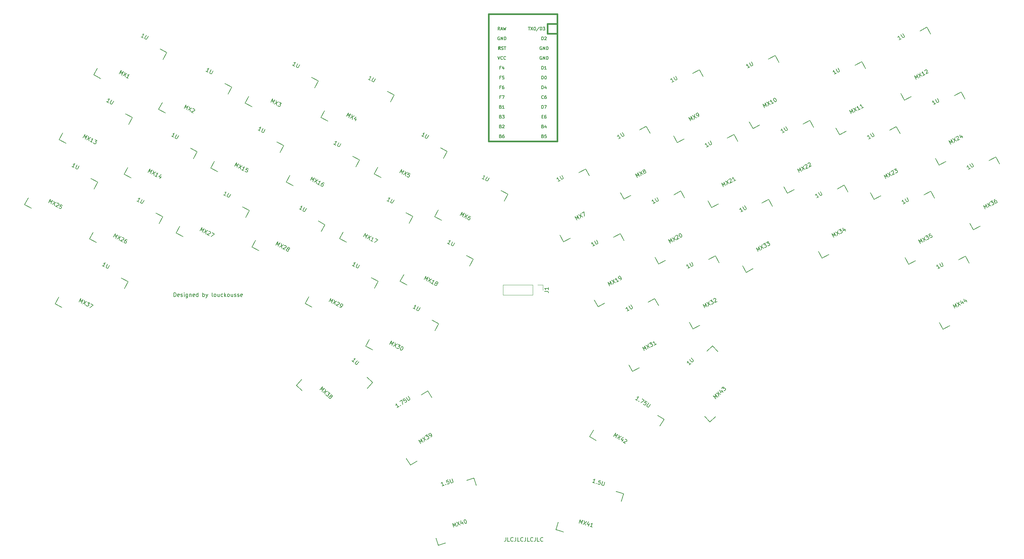
<source format=gto>
G04 #@! TF.GenerationSoftware,KiCad,Pcbnew,5.1.5-52549c5~86~ubuntu18.04.1*
G04 #@! TF.CreationDate,2020-04-17T17:36:02+02:00*
G04 #@! TF.ProjectId,first-pcb,66697273-742d-4706-9362-2e6b69636164,0.1.1*
G04 #@! TF.SameCoordinates,Original*
G04 #@! TF.FileFunction,Legend,Top*
G04 #@! TF.FilePolarity,Positive*
%FSLAX46Y46*%
G04 Gerber Fmt 4.6, Leading zero omitted, Abs format (unit mm)*
G04 Created by KiCad (PCBNEW 5.1.5-52549c5~86~ubuntu18.04.1) date 2020-04-17 17:36:02*
%MOMM*%
%LPD*%
G04 APERTURE LIST*
%ADD10C,0.150000*%
%ADD11C,0.381000*%
%ADD12C,0.120000*%
%ADD13C,0.100000*%
%ADD14C,4.089800*%
%ADD15C,1.852000*%
%ADD16C,3.602000*%
%ADD17C,1.854600*%
%ADD18R,1.854600X1.854600*%
%ADD19O,1.802000X1.802000*%
%ADD20R,1.802000X1.802000*%
G04 APERTURE END LIST*
D10*
X143812202Y-169314880D02*
X143812202Y-170029166D01*
X143764583Y-170172023D01*
X143669345Y-170267261D01*
X143526488Y-170314880D01*
X143431250Y-170314880D01*
X144764583Y-170314880D02*
X144288392Y-170314880D01*
X144288392Y-169314880D01*
X145669345Y-170219642D02*
X145621726Y-170267261D01*
X145478869Y-170314880D01*
X145383630Y-170314880D01*
X145240773Y-170267261D01*
X145145535Y-170172023D01*
X145097916Y-170076785D01*
X145050297Y-169886309D01*
X145050297Y-169743452D01*
X145097916Y-169552976D01*
X145145535Y-169457738D01*
X145240773Y-169362500D01*
X145383630Y-169314880D01*
X145478869Y-169314880D01*
X145621726Y-169362500D01*
X145669345Y-169410119D01*
X146383630Y-169314880D02*
X146383630Y-170029166D01*
X146336011Y-170172023D01*
X146240773Y-170267261D01*
X146097916Y-170314880D01*
X146002678Y-170314880D01*
X147336011Y-170314880D02*
X146859821Y-170314880D01*
X146859821Y-169314880D01*
X148240773Y-170219642D02*
X148193154Y-170267261D01*
X148050297Y-170314880D01*
X147955059Y-170314880D01*
X147812202Y-170267261D01*
X147716964Y-170172023D01*
X147669345Y-170076785D01*
X147621726Y-169886309D01*
X147621726Y-169743452D01*
X147669345Y-169552976D01*
X147716964Y-169457738D01*
X147812202Y-169362500D01*
X147955059Y-169314880D01*
X148050297Y-169314880D01*
X148193154Y-169362500D01*
X148240773Y-169410119D01*
X148955059Y-169314880D02*
X148955059Y-170029166D01*
X148907440Y-170172023D01*
X148812202Y-170267261D01*
X148669345Y-170314880D01*
X148574107Y-170314880D01*
X149907440Y-170314880D02*
X149431250Y-170314880D01*
X149431250Y-169314880D01*
X150812202Y-170219642D02*
X150764583Y-170267261D01*
X150621726Y-170314880D01*
X150526488Y-170314880D01*
X150383630Y-170267261D01*
X150288392Y-170172023D01*
X150240773Y-170076785D01*
X150193154Y-169886309D01*
X150193154Y-169743452D01*
X150240773Y-169552976D01*
X150288392Y-169457738D01*
X150383630Y-169362500D01*
X150526488Y-169314880D01*
X150621726Y-169314880D01*
X150764583Y-169362500D01*
X150812202Y-169410119D01*
X151526488Y-169314880D02*
X151526488Y-170029166D01*
X151478869Y-170172023D01*
X151383630Y-170267261D01*
X151240773Y-170314880D01*
X151145535Y-170314880D01*
X152478869Y-170314880D02*
X152002678Y-170314880D01*
X152002678Y-169314880D01*
X153383630Y-170219642D02*
X153336011Y-170267261D01*
X153193154Y-170314880D01*
X153097916Y-170314880D01*
X152955059Y-170267261D01*
X152859821Y-170172023D01*
X152812202Y-170076785D01*
X152764583Y-169886309D01*
X152764583Y-169743452D01*
X152812202Y-169552976D01*
X152859821Y-169457738D01*
X152955059Y-169362500D01*
X153097916Y-169314880D01*
X153193154Y-169314880D01*
X153336011Y-169362500D01*
X153383630Y-169410119D01*
X57817857Y-106814880D02*
X57817857Y-105814880D01*
X58055952Y-105814880D01*
X58198809Y-105862500D01*
X58294047Y-105957738D01*
X58341666Y-106052976D01*
X58389285Y-106243452D01*
X58389285Y-106386309D01*
X58341666Y-106576785D01*
X58294047Y-106672023D01*
X58198809Y-106767261D01*
X58055952Y-106814880D01*
X57817857Y-106814880D01*
X59198809Y-106767261D02*
X59103571Y-106814880D01*
X58913095Y-106814880D01*
X58817857Y-106767261D01*
X58770238Y-106672023D01*
X58770238Y-106291071D01*
X58817857Y-106195833D01*
X58913095Y-106148214D01*
X59103571Y-106148214D01*
X59198809Y-106195833D01*
X59246428Y-106291071D01*
X59246428Y-106386309D01*
X58770238Y-106481547D01*
X59627380Y-106767261D02*
X59722619Y-106814880D01*
X59913095Y-106814880D01*
X60008333Y-106767261D01*
X60055952Y-106672023D01*
X60055952Y-106624404D01*
X60008333Y-106529166D01*
X59913095Y-106481547D01*
X59770238Y-106481547D01*
X59675000Y-106433928D01*
X59627380Y-106338690D01*
X59627380Y-106291071D01*
X59675000Y-106195833D01*
X59770238Y-106148214D01*
X59913095Y-106148214D01*
X60008333Y-106195833D01*
X60484523Y-106814880D02*
X60484523Y-106148214D01*
X60484523Y-105814880D02*
X60436904Y-105862500D01*
X60484523Y-105910119D01*
X60532142Y-105862500D01*
X60484523Y-105814880D01*
X60484523Y-105910119D01*
X61389285Y-106148214D02*
X61389285Y-106957738D01*
X61341666Y-107052976D01*
X61294047Y-107100595D01*
X61198809Y-107148214D01*
X61055952Y-107148214D01*
X60960714Y-107100595D01*
X61389285Y-106767261D02*
X61294047Y-106814880D01*
X61103571Y-106814880D01*
X61008333Y-106767261D01*
X60960714Y-106719642D01*
X60913095Y-106624404D01*
X60913095Y-106338690D01*
X60960714Y-106243452D01*
X61008333Y-106195833D01*
X61103571Y-106148214D01*
X61294047Y-106148214D01*
X61389285Y-106195833D01*
X61865476Y-106148214D02*
X61865476Y-106814880D01*
X61865476Y-106243452D02*
X61913095Y-106195833D01*
X62008333Y-106148214D01*
X62151190Y-106148214D01*
X62246428Y-106195833D01*
X62294047Y-106291071D01*
X62294047Y-106814880D01*
X63151190Y-106767261D02*
X63055952Y-106814880D01*
X62865476Y-106814880D01*
X62770238Y-106767261D01*
X62722619Y-106672023D01*
X62722619Y-106291071D01*
X62770238Y-106195833D01*
X62865476Y-106148214D01*
X63055952Y-106148214D01*
X63151190Y-106195833D01*
X63198809Y-106291071D01*
X63198809Y-106386309D01*
X62722619Y-106481547D01*
X64055952Y-106814880D02*
X64055952Y-105814880D01*
X64055952Y-106767261D02*
X63960714Y-106814880D01*
X63770238Y-106814880D01*
X63675000Y-106767261D01*
X63627380Y-106719642D01*
X63579761Y-106624404D01*
X63579761Y-106338690D01*
X63627380Y-106243452D01*
X63675000Y-106195833D01*
X63770238Y-106148214D01*
X63960714Y-106148214D01*
X64055952Y-106195833D01*
X65294047Y-106814880D02*
X65294047Y-105814880D01*
X65294047Y-106195833D02*
X65389285Y-106148214D01*
X65579761Y-106148214D01*
X65675000Y-106195833D01*
X65722619Y-106243452D01*
X65770238Y-106338690D01*
X65770238Y-106624404D01*
X65722619Y-106719642D01*
X65675000Y-106767261D01*
X65579761Y-106814880D01*
X65389285Y-106814880D01*
X65294047Y-106767261D01*
X66103571Y-106148214D02*
X66341666Y-106814880D01*
X66579761Y-106148214D02*
X66341666Y-106814880D01*
X66246428Y-107052976D01*
X66198809Y-107100595D01*
X66103571Y-107148214D01*
X67865476Y-106814880D02*
X67770238Y-106767261D01*
X67722619Y-106672023D01*
X67722619Y-105814880D01*
X68389285Y-106814880D02*
X68294047Y-106767261D01*
X68246428Y-106719642D01*
X68198809Y-106624404D01*
X68198809Y-106338690D01*
X68246428Y-106243452D01*
X68294047Y-106195833D01*
X68389285Y-106148214D01*
X68532142Y-106148214D01*
X68627380Y-106195833D01*
X68675000Y-106243452D01*
X68722619Y-106338690D01*
X68722619Y-106624404D01*
X68675000Y-106719642D01*
X68627380Y-106767261D01*
X68532142Y-106814880D01*
X68389285Y-106814880D01*
X69579761Y-106148214D02*
X69579761Y-106814880D01*
X69151190Y-106148214D02*
X69151190Y-106672023D01*
X69198809Y-106767261D01*
X69294047Y-106814880D01*
X69436904Y-106814880D01*
X69532142Y-106767261D01*
X69579761Y-106719642D01*
X70484523Y-106767261D02*
X70389285Y-106814880D01*
X70198809Y-106814880D01*
X70103571Y-106767261D01*
X70055952Y-106719642D01*
X70008333Y-106624404D01*
X70008333Y-106338690D01*
X70055952Y-106243452D01*
X70103571Y-106195833D01*
X70198809Y-106148214D01*
X70389285Y-106148214D01*
X70484523Y-106195833D01*
X70913095Y-106814880D02*
X70913095Y-105814880D01*
X71008333Y-106433928D02*
X71294047Y-106814880D01*
X71294047Y-106148214D02*
X70913095Y-106529166D01*
X71865476Y-106814880D02*
X71770238Y-106767261D01*
X71722619Y-106719642D01*
X71675000Y-106624404D01*
X71675000Y-106338690D01*
X71722619Y-106243452D01*
X71770238Y-106195833D01*
X71865476Y-106148214D01*
X72008333Y-106148214D01*
X72103571Y-106195833D01*
X72151190Y-106243452D01*
X72198809Y-106338690D01*
X72198809Y-106624404D01*
X72151190Y-106719642D01*
X72103571Y-106767261D01*
X72008333Y-106814880D01*
X71865476Y-106814880D01*
X73055952Y-106148214D02*
X73055952Y-106814880D01*
X72627380Y-106148214D02*
X72627380Y-106672023D01*
X72675000Y-106767261D01*
X72770238Y-106814880D01*
X72913095Y-106814880D01*
X73008333Y-106767261D01*
X73055952Y-106719642D01*
X73484523Y-106767261D02*
X73579761Y-106814880D01*
X73770238Y-106814880D01*
X73865476Y-106767261D01*
X73913095Y-106672023D01*
X73913095Y-106624404D01*
X73865476Y-106529166D01*
X73770238Y-106481547D01*
X73627380Y-106481547D01*
X73532142Y-106433928D01*
X73484523Y-106338690D01*
X73484523Y-106291071D01*
X73532142Y-106195833D01*
X73627380Y-106148214D01*
X73770238Y-106148214D01*
X73865476Y-106195833D01*
X74294047Y-106767261D02*
X74389285Y-106814880D01*
X74579761Y-106814880D01*
X74675000Y-106767261D01*
X74722619Y-106672023D01*
X74722619Y-106624404D01*
X74675000Y-106529166D01*
X74579761Y-106481547D01*
X74436904Y-106481547D01*
X74341666Y-106433928D01*
X74294047Y-106338690D01*
X74294047Y-106291071D01*
X74341666Y-106195833D01*
X74436904Y-106148214D01*
X74579761Y-106148214D01*
X74675000Y-106195833D01*
X75532142Y-106767261D02*
X75436904Y-106814880D01*
X75246428Y-106814880D01*
X75151190Y-106767261D01*
X75103571Y-106672023D01*
X75103571Y-106291071D01*
X75151190Y-106195833D01*
X75246428Y-106148214D01*
X75436904Y-106148214D01*
X75532142Y-106195833D01*
X75579761Y-106291071D01*
X75579761Y-106386309D01*
X75103571Y-106481547D01*
X178434232Y-63568914D02*
X180200127Y-62629971D01*
X180200127Y-62629971D02*
X181139070Y-64395866D01*
X173472520Y-79797944D02*
X174411463Y-81563839D01*
X174411463Y-81563839D02*
X176177358Y-80624896D01*
X133664629Y-154493159D02*
X135577238Y-153908416D01*
X135577238Y-153908416D02*
X136161982Y-155821025D01*
X125697432Y-169477277D02*
X126282176Y-171389886D01*
X126282176Y-171389886D02*
X128194785Y-170805143D01*
X172369361Y-157410783D02*
X174281970Y-157995527D01*
X174281970Y-157995527D02*
X173697227Y-159908136D01*
X157385243Y-165377980D02*
X156800500Y-167290589D01*
X156800500Y-167290589D02*
X158713109Y-167875333D01*
X121866021Y-132333849D02*
X123562117Y-131274010D01*
X123562117Y-131274010D02*
X124621955Y-132970107D01*
X118048475Y-148869457D02*
X119108313Y-150565554D01*
X119108313Y-150565554D02*
X120804409Y-149505715D01*
X183080911Y-137626320D02*
X184777008Y-138686158D01*
X184777008Y-138686158D02*
X183717169Y-140382254D01*
X166545303Y-141443866D02*
X165485464Y-143139962D01*
X165485464Y-143139962D02*
X167181561Y-144199800D01*
X113086420Y-53599934D02*
X114852315Y-54538877D01*
X114852315Y-54538877D02*
X113913372Y-56304772D01*
X96857390Y-58561646D02*
X95918447Y-60327541D01*
X95918447Y-60327541D02*
X97684342Y-61266484D01*
X54219136Y-42580577D02*
X55985031Y-43519520D01*
X55985031Y-43519520D02*
X55046088Y-45285415D01*
X37990106Y-47542289D02*
X37051163Y-49308184D01*
X37051163Y-49308184D02*
X38817058Y-50247127D01*
X93463993Y-49926816D02*
X95229888Y-50865759D01*
X95229888Y-50865759D02*
X94290945Y-52631654D01*
X77234963Y-54888528D02*
X76296020Y-56654423D01*
X76296020Y-56654423D02*
X78061915Y-57593366D01*
X126865805Y-68262220D02*
X128631700Y-69201163D01*
X128631700Y-69201163D02*
X127692757Y-70967058D01*
X110636775Y-73223932D02*
X109697832Y-74989827D01*
X109697832Y-74989827D02*
X111463727Y-75928770D01*
X142553122Y-79336205D02*
X144319017Y-80275148D01*
X144319017Y-80275148D02*
X143380074Y-82041043D01*
X126324092Y-84297917D02*
X125385149Y-86063812D01*
X125385149Y-86063812D02*
X127151044Y-87002755D01*
X45275705Y-59400729D02*
X47041600Y-60339672D01*
X47041600Y-60339672D02*
X46102657Y-62105567D01*
X29046675Y-64362441D02*
X28107732Y-66128336D01*
X28107732Y-66128336D02*
X29873627Y-67067279D01*
X62095853Y-68344163D02*
X63861748Y-69283106D01*
X63861748Y-69283106D02*
X62922805Y-71049001D01*
X45866823Y-73305875D02*
X44927880Y-75071770D01*
X44927880Y-75071770D02*
X46693775Y-76010713D01*
X84520560Y-66746966D02*
X86286455Y-67685909D01*
X86286455Y-67685909D02*
X85347512Y-69451804D01*
X68291530Y-71708678D02*
X67352587Y-73474573D01*
X67352587Y-73474573D02*
X69118482Y-74413516D01*
X104142985Y-70420087D02*
X105908880Y-71359030D01*
X105908880Y-71359030D02*
X104969937Y-73124925D01*
X87913955Y-75381799D02*
X86975012Y-77147694D01*
X86975012Y-77147694D02*
X88740907Y-78086637D01*
X117922371Y-85082368D02*
X119688266Y-86021311D01*
X119688266Y-86021311D02*
X118749323Y-87787206D01*
X101693341Y-90044080D02*
X100754398Y-91809975D01*
X100754398Y-91809975D02*
X102520293Y-92748918D01*
X133609689Y-96156355D02*
X135375584Y-97095298D01*
X135375584Y-97095298D02*
X134436641Y-98861193D01*
X117380659Y-101118067D02*
X116441716Y-102883962D01*
X116441716Y-102883962D02*
X118207611Y-103822905D01*
X75577124Y-83567117D02*
X77343019Y-84506060D01*
X77343019Y-84506060D02*
X76404076Y-86271955D01*
X59348094Y-88528829D02*
X58409151Y-90294724D01*
X58409151Y-90294724D02*
X60175046Y-91233667D01*
X95199553Y-87240237D02*
X96965448Y-88179180D01*
X96965448Y-88179180D02*
X96026505Y-89945075D01*
X78970523Y-92201949D02*
X78031580Y-93967844D01*
X78031580Y-93967844D02*
X79797475Y-94906787D01*
X108978939Y-101902524D02*
X110744834Y-102841467D01*
X110744834Y-102841467D02*
X109805891Y-104607362D01*
X92749909Y-106864236D02*
X91810966Y-108630131D01*
X91810966Y-108630131D02*
X93576861Y-109569074D01*
X124666253Y-112976508D02*
X126432148Y-113915451D01*
X126432148Y-113915451D02*
X125493205Y-115681346D01*
X108437223Y-117938220D02*
X107498280Y-119704115D01*
X107498280Y-119704115D02*
X109264175Y-120643058D01*
X44208989Y-101984465D02*
X45974884Y-102923408D01*
X45974884Y-102923408D02*
X45035941Y-104689303D01*
X27979959Y-106946177D02*
X27041016Y-108712072D01*
X27041016Y-108712072D02*
X28806911Y-109651015D01*
X107863596Y-127785139D02*
X109326303Y-129149136D01*
X109326303Y-129149136D02*
X107962307Y-130611843D01*
X90903371Y-128377403D02*
X89539375Y-129840110D01*
X89539375Y-129840110D02*
X91002082Y-131204107D01*
X192214232Y-48908915D02*
X193980127Y-47969972D01*
X193980127Y-47969972D02*
X194919070Y-49735867D01*
X187252520Y-65137945D02*
X188191463Y-66903840D01*
X188191463Y-66903840D02*
X189957358Y-65964897D01*
X211829498Y-45229951D02*
X213595393Y-44291008D01*
X213595393Y-44291008D02*
X214534336Y-46056903D01*
X206867786Y-61458981D02*
X207806729Y-63224876D01*
X207806729Y-63224876D02*
X209572624Y-62285933D01*
X234264229Y-46828915D02*
X236030124Y-45889972D01*
X236030124Y-45889972D02*
X236969067Y-47655867D01*
X229302517Y-63057945D02*
X230241460Y-64823840D01*
X230241460Y-64823840D02*
X232007355Y-63884897D01*
X251084230Y-37888911D02*
X252850125Y-36949968D01*
X252850125Y-36949968D02*
X253789068Y-38715863D01*
X246122518Y-54117941D02*
X247061461Y-55883836D01*
X247061461Y-55883836D02*
X248827356Y-54944893D01*
X171693424Y-91461628D02*
X173459319Y-90522685D01*
X173459319Y-90522685D02*
X174398262Y-92288580D01*
X166731712Y-107690658D02*
X167670655Y-109456553D01*
X167670655Y-109456553D02*
X169436550Y-108517610D01*
X187374230Y-80388915D02*
X189140125Y-79449972D01*
X189140125Y-79449972D02*
X190079068Y-81215867D01*
X182412518Y-96617945D02*
X183351461Y-98383840D01*
X183351461Y-98383840D02*
X185117356Y-97444897D01*
X201154232Y-65728914D02*
X202920127Y-64789971D01*
X202920127Y-64789971D02*
X203859070Y-66555866D01*
X196192520Y-81957944D02*
X197131463Y-83723839D01*
X197131463Y-83723839D02*
X198897358Y-82784896D01*
X220784230Y-62048914D02*
X222550125Y-61109971D01*
X222550125Y-61109971D02*
X223489068Y-62875866D01*
X215822518Y-78277944D02*
X216761461Y-80043839D01*
X216761461Y-80043839D02*
X218527356Y-79104896D01*
X243204231Y-63648915D02*
X244970126Y-62709972D01*
X244970126Y-62709972D02*
X245909069Y-64475867D01*
X238242519Y-79877945D02*
X239181462Y-81643840D01*
X239181462Y-81643840D02*
X240947357Y-80704897D01*
X260024229Y-54708915D02*
X261790124Y-53769972D01*
X261790124Y-53769972D02*
X262729067Y-55535867D01*
X255062517Y-70937945D02*
X256001460Y-72703840D01*
X256001460Y-72703840D02*
X257767355Y-71764897D01*
X180635734Y-108282376D02*
X182401629Y-107343433D01*
X182401629Y-107343433D02*
X183340572Y-109109328D01*
X175674022Y-124511406D02*
X176612965Y-126277301D01*
X176612965Y-126277301D02*
X178378860Y-125338358D01*
X196324231Y-97208915D02*
X198090126Y-96269972D01*
X198090126Y-96269972D02*
X199029069Y-98035867D01*
X191362519Y-113437945D02*
X192301462Y-115203840D01*
X192301462Y-115203840D02*
X194067357Y-114264897D01*
X252144229Y-80468916D02*
X253910124Y-79529973D01*
X253910124Y-79529973D02*
X254849067Y-81295868D01*
X247182517Y-96697946D02*
X248121460Y-98463841D01*
X248121460Y-98463841D02*
X249887355Y-97524898D01*
X268964230Y-71528915D02*
X270730125Y-70589972D01*
X270730125Y-70589972D02*
X271669068Y-72355867D01*
X264002518Y-87757945D02*
X264941461Y-89523840D01*
X264941461Y-89523840D02*
X266707356Y-88584897D01*
X36332269Y-76220879D02*
X38098164Y-77159822D01*
X38098164Y-77159822D02*
X37159221Y-78925717D01*
X20103239Y-81182591D02*
X19164296Y-82948486D01*
X19164296Y-82948486D02*
X20930191Y-83887429D01*
X210104228Y-82548913D02*
X211870123Y-81609970D01*
X211870123Y-81609970D02*
X212809066Y-83375865D01*
X205142516Y-98777943D02*
X206081459Y-100543838D01*
X206081459Y-100543838D02*
X207847354Y-99604895D01*
X53152422Y-85164312D02*
X54918317Y-86103255D01*
X54918317Y-86103255D02*
X53979374Y-87869150D01*
X36923392Y-90126024D02*
X35984449Y-91891919D01*
X35984449Y-91891919D02*
X37750344Y-92830862D01*
X195913579Y-120965141D02*
X197376286Y-119601145D01*
X197376286Y-119601145D02*
X198740283Y-121063852D01*
X195321315Y-137925366D02*
X196685312Y-139388073D01*
X196685312Y-139388073D02*
X198148019Y-138024077D01*
X162739991Y-74641478D02*
X164505886Y-73702535D01*
X164505886Y-73702535D02*
X165444829Y-75468430D01*
X157778279Y-90870508D02*
X158717222Y-92636403D01*
X158717222Y-92636403D02*
X160483117Y-91697460D01*
X261094230Y-97288915D02*
X262860125Y-96349972D01*
X262860125Y-96349972D02*
X263799068Y-98115867D01*
X256132518Y-113517945D02*
X257071461Y-115283840D01*
X257071461Y-115283840D02*
X258837356Y-114344897D01*
X71039291Y-51524011D02*
X72805186Y-52462954D01*
X72805186Y-52462954D02*
X71866243Y-54228849D01*
X54810261Y-56485723D02*
X53871318Y-58251618D01*
X53871318Y-58251618D02*
X55637213Y-59190561D01*
X229724231Y-78868914D02*
X231490126Y-77929971D01*
X231490126Y-77929971D02*
X232429069Y-79695866D01*
X224762519Y-95097944D02*
X225701462Y-96863839D01*
X225701462Y-96863839D02*
X227467357Y-95924896D01*
D11*
X154585793Y-36076905D02*
X157125793Y-36076905D01*
X139345793Y-33536905D02*
X157125793Y-33536905D01*
X157125793Y-33536905D02*
X157125793Y-66556905D01*
X157125793Y-66556905D02*
X139345793Y-66556905D01*
X139345793Y-66556905D02*
X139345793Y-33536905D01*
D10*
G36*
X142391158Y-41965935D02*
G01*
X142391158Y-42065935D01*
X141891158Y-42065935D01*
X141891158Y-41965935D01*
X142391158Y-41965935D01*
G37*
X142391158Y-41965935D02*
X142391158Y-42065935D01*
X141891158Y-42065935D01*
X141891158Y-41965935D01*
X142391158Y-41965935D01*
G36*
X142391158Y-41965935D02*
G01*
X142391158Y-42265935D01*
X142291158Y-42265935D01*
X142291158Y-41965935D01*
X142391158Y-41965935D01*
G37*
X142391158Y-41965935D02*
X142391158Y-42265935D01*
X142291158Y-42265935D01*
X142291158Y-41965935D01*
X142391158Y-41965935D01*
G36*
X142391158Y-42565935D02*
G01*
X142391158Y-42765935D01*
X142291158Y-42765935D01*
X142291158Y-42565935D01*
X142391158Y-42565935D01*
G37*
X142391158Y-42565935D02*
X142391158Y-42765935D01*
X142291158Y-42765935D01*
X142291158Y-42565935D01*
X142391158Y-42565935D01*
G36*
X141991158Y-41965935D02*
G01*
X141991158Y-42765935D01*
X141891158Y-42765935D01*
X141891158Y-41965935D01*
X141991158Y-41965935D01*
G37*
X141991158Y-41965935D02*
X141991158Y-42765935D01*
X141891158Y-42765935D01*
X141891158Y-41965935D01*
X141991158Y-41965935D01*
G36*
X142191158Y-42365935D02*
G01*
X142191158Y-42465935D01*
X142091158Y-42465935D01*
X142091158Y-42365935D01*
X142191158Y-42365935D01*
G37*
X142191158Y-42365935D02*
X142191158Y-42465935D01*
X142091158Y-42465935D01*
X142091158Y-42365935D01*
X142191158Y-42365935D01*
D11*
X154585793Y-36076905D02*
X154585793Y-38616905D01*
X154585793Y-38616905D02*
X157125793Y-38616905D01*
D12*
X153375793Y-103796904D02*
X153375793Y-105126904D01*
X152045793Y-103796904D02*
X153375793Y-103796904D01*
X150775793Y-103796904D02*
X150775793Y-106456904D01*
X150775793Y-106456904D02*
X143095793Y-106456904D01*
X150775793Y-103796904D02*
X143095793Y-103796904D01*
X143095793Y-103796904D02*
X143095793Y-106456904D01*
D13*
X141442093Y-37346905D02*
G75*
G03X141442093Y-37346905I-826300J0D01*
G01*
X156682093Y-65286905D02*
G75*
G03X156682093Y-65286905I-826300J0D01*
G01*
X141442093Y-39886905D02*
G75*
G03X141442093Y-39886905I-826300J0D01*
G01*
X141442093Y-42426905D02*
G75*
G03X141442093Y-42426905I-826300J0D01*
G01*
X141442093Y-44966905D02*
G75*
G03X141442093Y-44966905I-826300J0D01*
G01*
X141442093Y-47506905D02*
G75*
G03X141442093Y-47506905I-826300J0D01*
G01*
X141442093Y-50046905D02*
G75*
G03X141442093Y-50046905I-826300J0D01*
G01*
X141442093Y-52586905D02*
G75*
G03X141442093Y-52586905I-826300J0D01*
G01*
X141442093Y-55126905D02*
G75*
G03X141442093Y-55126905I-826300J0D01*
G01*
X141442093Y-57666905D02*
G75*
G03X141442093Y-57666905I-826300J0D01*
G01*
X141442093Y-60206905D02*
G75*
G03X141442093Y-60206905I-826300J0D01*
G01*
X141442093Y-62746905D02*
G75*
G03X141442093Y-62746905I-826300J0D01*
G01*
X141442093Y-65286905D02*
G75*
G03X141442093Y-65286905I-826300J0D01*
G01*
X156682093Y-62746905D02*
G75*
G03X156682093Y-62746905I-826300J0D01*
G01*
X156682093Y-60206905D02*
G75*
G03X156682093Y-60206905I-826300J0D01*
G01*
X156682093Y-57666905D02*
G75*
G03X156682093Y-57666905I-826300J0D01*
G01*
X156682093Y-55126905D02*
G75*
G03X156682093Y-55126905I-826300J0D01*
G01*
X156682093Y-52586905D02*
G75*
G03X156682093Y-52586905I-826300J0D01*
G01*
X156682093Y-50046905D02*
G75*
G03X156682093Y-50046905I-826300J0D01*
G01*
X156682093Y-47506905D02*
G75*
G03X156682093Y-47506905I-826300J0D01*
G01*
X156682093Y-44966905D02*
G75*
G03X156682093Y-44966905I-826300J0D01*
G01*
X156682093Y-42426905D02*
G75*
G03X156682093Y-42426905I-826300J0D01*
G01*
X156682093Y-39886905D02*
G75*
G03X156682093Y-39886905I-826300J0D01*
G01*
X155029493Y-36520605D02*
X155029493Y-38173205D01*
X156682093Y-38173205D01*
X156682093Y-36520605D01*
X155029493Y-36520605D01*
D10*
X177873528Y-75903298D02*
X177404057Y-75020351D01*
X178033709Y-75494537D01*
X177992688Y-74707370D01*
X178462160Y-75590317D01*
X178329049Y-74528524D02*
X179387153Y-75098490D01*
X178917681Y-74215542D02*
X178798521Y-75411471D01*
X179581379Y-74348035D02*
X179474933Y-74350701D01*
X179410533Y-74331012D01*
X179323776Y-74269278D01*
X179301420Y-74227232D01*
X179298754Y-74120786D01*
X179318443Y-74056386D01*
X179380177Y-73969629D01*
X179548358Y-73880206D01*
X179654804Y-73877539D01*
X179719205Y-73897229D01*
X179805962Y-73958963D01*
X179828317Y-74001008D01*
X179830984Y-74107454D01*
X179811294Y-74171855D01*
X179749560Y-74258612D01*
X179581379Y-74348035D01*
X179519645Y-74434792D01*
X179499956Y-74499193D01*
X179502622Y-74605639D01*
X179592045Y-74773819D01*
X179678802Y-74835554D01*
X179743203Y-74855243D01*
X179849649Y-74852576D01*
X180017829Y-74763153D01*
X180079564Y-74676397D01*
X180099253Y-74611996D01*
X180096587Y-74505550D01*
X180007164Y-74337369D01*
X179920407Y-74275635D01*
X179856006Y-74255945D01*
X179749560Y-74258612D01*
X173581518Y-65599715D02*
X173076976Y-65867985D01*
X173329247Y-65733850D02*
X172859776Y-64850902D01*
X172842753Y-65021749D01*
X172803374Y-65150551D01*
X172741640Y-65237308D01*
X173490452Y-64515565D02*
X173870501Y-65230333D01*
X173957258Y-65292067D01*
X174021658Y-65311756D01*
X174128104Y-65309090D01*
X174296285Y-65219667D01*
X174358019Y-65132910D01*
X174377709Y-65068509D01*
X174375042Y-64962063D01*
X173994994Y-64247296D01*
X130305332Y-166633164D02*
X130012960Y-165676859D01*
X130540565Y-166262476D01*
X130650497Y-165481944D01*
X130942868Y-166438249D01*
X131014803Y-165370565D02*
X131944712Y-166131955D01*
X131652340Y-165175650D02*
X131307175Y-166326869D01*
X132523949Y-165257737D02*
X132718863Y-165895273D01*
X132184877Y-164963042D02*
X132166023Y-165715730D01*
X132758021Y-165534738D01*
X133109566Y-164730131D02*
X133200643Y-164702287D01*
X133305642Y-164719980D01*
X133365103Y-164751596D01*
X133438486Y-164828750D01*
X133539714Y-164996981D01*
X133609326Y-165224672D01*
X133619478Y-165420748D01*
X133601785Y-165525747D01*
X133570169Y-165585208D01*
X133493015Y-165658591D01*
X133401938Y-165686436D01*
X133296939Y-165668743D01*
X133237478Y-165637127D01*
X133164095Y-165559973D01*
X133062867Y-165391742D01*
X132993254Y-165164050D01*
X132983103Y-164967975D01*
X133000796Y-164862976D01*
X133032412Y-164803515D01*
X133109566Y-164730131D01*
X127830503Y-155769545D02*
X127284044Y-155936614D01*
X127557274Y-155853080D02*
X127264902Y-154896775D01*
X127215593Y-155061235D01*
X127152361Y-155180156D01*
X127075207Y-155253540D01*
X128212503Y-155553166D02*
X128271964Y-155584782D01*
X128240348Y-155644243D01*
X128180888Y-155612627D01*
X128212503Y-155553166D01*
X128240348Y-155644243D01*
X128858743Y-154409489D02*
X128403360Y-154548713D01*
X128497046Y-155018019D01*
X128528662Y-154958558D01*
X128605816Y-154885175D01*
X128833508Y-154815563D01*
X128938507Y-154833256D01*
X128997968Y-154864872D01*
X129071351Y-154942026D01*
X129140963Y-155169718D01*
X129123270Y-155274717D01*
X129091654Y-155334178D01*
X129014500Y-155407561D01*
X128786808Y-155477173D01*
X128681809Y-155459480D01*
X128622348Y-155427864D01*
X129314126Y-154270264D02*
X129550808Y-155044415D01*
X129624191Y-155121570D01*
X129683652Y-155153186D01*
X129788651Y-155170879D01*
X129970805Y-155115189D01*
X130047959Y-155041806D01*
X130079575Y-154982345D01*
X130097268Y-154877346D01*
X129860586Y-154103194D01*
X162795773Y-165596808D02*
X163088145Y-164640504D01*
X163198076Y-165421036D01*
X163725681Y-164835418D01*
X163433310Y-165791723D01*
X164089988Y-164946798D02*
X164435153Y-166098017D01*
X164727524Y-165141712D02*
X163797616Y-165903103D01*
X165404219Y-165697162D02*
X165209304Y-166334699D01*
X165287907Y-165263244D02*
X164851378Y-165876706D01*
X165443376Y-166057698D01*
X166211147Y-166640993D02*
X165664687Y-166473924D01*
X165937917Y-166557458D02*
X166230289Y-165601154D01*
X166097445Y-165709924D01*
X165978524Y-165773155D01*
X165873524Y-165790849D01*
X166818905Y-155206553D02*
X166272445Y-155039484D01*
X166545675Y-155123019D02*
X166838046Y-154166714D01*
X166705202Y-154275484D01*
X166586281Y-154338716D01*
X166481282Y-154356409D01*
X167256594Y-155240779D02*
X167288210Y-155300240D01*
X167228750Y-155331855D01*
X167197134Y-155272395D01*
X167256594Y-155240779D01*
X167228750Y-155331855D01*
X168431888Y-154654000D02*
X167976504Y-154514775D01*
X167791742Y-154956236D01*
X167851202Y-154924620D01*
X167956201Y-154906927D01*
X168183893Y-154976539D01*
X168261047Y-155049922D01*
X168292663Y-155109383D01*
X168310356Y-155214382D01*
X168240744Y-155442074D01*
X168167361Y-155519228D01*
X168107900Y-155550844D01*
X168002901Y-155568537D01*
X167775209Y-155498925D01*
X167698055Y-155425542D01*
X167666439Y-155366081D01*
X168887271Y-154793225D02*
X168650589Y-155567376D01*
X168668282Y-155672375D01*
X168699898Y-155731836D01*
X168777053Y-155805219D01*
X168959206Y-155860909D01*
X169064205Y-155843216D01*
X169123666Y-155811600D01*
X169197049Y-155734446D01*
X169433731Y-154960294D01*
X121763254Y-144929643D02*
X121233335Y-144081594D01*
X121894531Y-144510703D01*
X121798700Y-143728315D01*
X122328619Y-144576363D01*
X122121766Y-143526441D02*
X123217051Y-144021210D01*
X122687131Y-143173161D02*
X122651685Y-144374489D01*
X122929431Y-143021756D02*
X123454413Y-142693711D01*
X123373604Y-143193416D01*
X123494754Y-143117714D01*
X123600755Y-143107628D01*
X123666372Y-143122777D01*
X123757224Y-143178310D01*
X123883395Y-143380226D01*
X123893481Y-143486227D01*
X123878332Y-143551844D01*
X123822799Y-143642696D01*
X123580500Y-143794101D01*
X123474499Y-143804187D01*
X123408882Y-143789038D01*
X124388165Y-143289416D02*
X124549698Y-143188479D01*
X124605230Y-143097628D01*
X124620379Y-143032010D01*
X124625443Y-142860392D01*
X124564889Y-142673625D01*
X124363015Y-142350559D01*
X124272163Y-142295026D01*
X124206546Y-142279877D01*
X124100545Y-142289963D01*
X123939012Y-142390900D01*
X123883480Y-142481751D01*
X123868331Y-142547369D01*
X123878416Y-142653370D01*
X124004587Y-142855286D01*
X124095439Y-142910818D01*
X124161056Y-142925967D01*
X124267057Y-142915882D01*
X124428590Y-142814945D01*
X124484122Y-142724093D01*
X124499271Y-142658476D01*
X124489186Y-142552475D01*
X116157209Y-135329068D02*
X115672610Y-135631879D01*
X115914909Y-135480473D02*
X115384990Y-134632425D01*
X115379926Y-134804043D01*
X115349628Y-134935278D01*
X115294096Y-135026130D01*
X116470189Y-135021193D02*
X116535807Y-135036342D01*
X116520658Y-135101960D01*
X116455040Y-135086811D01*
X116470189Y-135021193D01*
X116520658Y-135101960D01*
X116313804Y-134052037D02*
X116879170Y-133698758D01*
X117045640Y-134773914D01*
X117606068Y-133244541D02*
X117202236Y-133496884D01*
X117414195Y-133925951D01*
X117429344Y-133860333D01*
X117484876Y-133769481D01*
X117686793Y-133643310D01*
X117792793Y-133633225D01*
X117858411Y-133648374D01*
X117949262Y-133703906D01*
X118075434Y-133905822D01*
X118085519Y-134011823D01*
X118070370Y-134077441D01*
X118014838Y-134168292D01*
X117812922Y-134294464D01*
X117706921Y-134304549D01*
X117641303Y-134289400D01*
X118009901Y-132992199D02*
X118438883Y-133678714D01*
X118529735Y-133734246D01*
X118595352Y-133749395D01*
X118701353Y-133739310D01*
X118862886Y-133638373D01*
X118918418Y-133547521D01*
X118933567Y-133481904D01*
X118923482Y-133375903D01*
X118494500Y-132689388D01*
X171714836Y-143055586D02*
X172244755Y-142207538D01*
X172148924Y-142989926D01*
X172810121Y-142560817D01*
X172280202Y-143408866D01*
X173133187Y-142762691D02*
X173168633Y-143964019D01*
X173698552Y-143115971D02*
X172603267Y-143610740D01*
X174208428Y-143827636D02*
X173855148Y-144393001D01*
X174208385Y-143378399D02*
X173627955Y-143857976D01*
X174152937Y-144186021D01*
X174738431Y-143878062D02*
X174804049Y-143862913D01*
X174910049Y-143872998D01*
X175111966Y-143999170D01*
X175167498Y-144090021D01*
X175182647Y-144155639D01*
X175172562Y-144261640D01*
X175122093Y-144342406D01*
X175006007Y-144438322D01*
X174218597Y-144620110D01*
X174743579Y-144948155D01*
X177886247Y-133808291D02*
X177401648Y-133505480D01*
X177643947Y-133656885D02*
X178173867Y-132808837D01*
X178017397Y-132879518D01*
X177886162Y-132909816D01*
X177780162Y-132899731D01*
X178300165Y-133954633D02*
X178315314Y-134020250D01*
X178249696Y-134035399D01*
X178234547Y-133969782D01*
X178300165Y-133954633D01*
X178249696Y-134035399D01*
X179102681Y-133389225D02*
X179668047Y-133742504D01*
X178774678Y-134363444D01*
X180394945Y-134196721D02*
X179991113Y-133944378D01*
X179698387Y-134322977D01*
X179764004Y-134307828D01*
X179870005Y-134317913D01*
X180071921Y-134444084D01*
X180127453Y-134534936D01*
X180142602Y-134600553D01*
X180132517Y-134706554D01*
X180006346Y-134908470D01*
X179915494Y-134964003D01*
X179849877Y-134979152D01*
X179743876Y-134969066D01*
X179541960Y-134842895D01*
X179486428Y-134752043D01*
X179471279Y-134686426D01*
X180798777Y-134449063D02*
X180369795Y-135135579D01*
X180359710Y-135241579D01*
X180374859Y-135307197D01*
X180430391Y-135398049D01*
X180591924Y-135498986D01*
X180697925Y-135509071D01*
X180763542Y-135493922D01*
X180854394Y-135438390D01*
X181283376Y-134751874D01*
X102547210Y-60032390D02*
X103016682Y-59149442D01*
X102975661Y-59936610D01*
X103605313Y-59462423D01*
X103135842Y-60345371D01*
X103941674Y-59641270D02*
X104060835Y-60837198D01*
X104530306Y-59954251D02*
X103472203Y-60524217D01*
X105088583Y-60628615D02*
X104775602Y-61217247D01*
X105057203Y-60180475D02*
X104511641Y-60699373D01*
X105058228Y-60989998D01*
X108689206Y-50712461D02*
X108184664Y-50444192D01*
X108436935Y-50578326D02*
X108906407Y-49695379D01*
X108755249Y-49776803D01*
X108626447Y-49816181D01*
X108520001Y-49813515D01*
X109537084Y-50030716D02*
X109157035Y-50745483D01*
X109154369Y-50851929D01*
X109174058Y-50916330D01*
X109235792Y-51003086D01*
X109403973Y-51092510D01*
X109510419Y-51095176D01*
X109574820Y-51075487D01*
X109661577Y-51013752D01*
X110041625Y-50298985D01*
X43679926Y-49013033D02*
X44149398Y-48130085D01*
X44108377Y-48917253D01*
X44738029Y-48443066D01*
X44268558Y-49326014D01*
X45074390Y-48621913D02*
X45193551Y-49817841D01*
X45663022Y-48934894D02*
X44604919Y-49504860D01*
X45992408Y-50242601D02*
X45487866Y-49974332D01*
X45740137Y-50108467D02*
X46209609Y-49225519D01*
X46058451Y-49306943D01*
X45929649Y-49346321D01*
X45823203Y-49343655D01*
X49821922Y-39693104D02*
X49317380Y-39424835D01*
X49569651Y-39558969D02*
X50039123Y-38676022D01*
X49887965Y-38757446D01*
X49759163Y-38796824D01*
X49652717Y-38794158D01*
X50669800Y-39011359D02*
X50289751Y-39726126D01*
X50287085Y-39832572D01*
X50306774Y-39896973D01*
X50368508Y-39983729D01*
X50536689Y-40073153D01*
X50643135Y-40075819D01*
X50707536Y-40056130D01*
X50794293Y-39994395D01*
X51174341Y-39279628D01*
X82924783Y-56359272D02*
X83394255Y-55476324D01*
X83353234Y-56263492D01*
X83982886Y-55789305D01*
X83513415Y-56672253D01*
X84319247Y-55968152D02*
X84438408Y-57164080D01*
X84907879Y-56281133D02*
X83849776Y-56851099D01*
X85160150Y-56415267D02*
X85706737Y-56705893D01*
X85233574Y-56885763D01*
X85359710Y-56952830D01*
X85421444Y-57039587D01*
X85441134Y-57103988D01*
X85438467Y-57210434D01*
X85326688Y-57420660D01*
X85239931Y-57482394D01*
X85175531Y-57502084D01*
X85069084Y-57499417D01*
X84816814Y-57365282D01*
X84755079Y-57278526D01*
X84735390Y-57214125D01*
X89066779Y-47039343D02*
X88562237Y-46771074D01*
X88814508Y-46905208D02*
X89283980Y-46022261D01*
X89132822Y-46103685D01*
X89004020Y-46143063D01*
X88897574Y-46140397D01*
X89914657Y-46357598D02*
X89534608Y-47072365D01*
X89531942Y-47178811D01*
X89551631Y-47243212D01*
X89613365Y-47329968D01*
X89781546Y-47419392D01*
X89887992Y-47422058D01*
X89952393Y-47402369D01*
X90039150Y-47340634D01*
X90419198Y-46625867D01*
X116326595Y-74694676D02*
X116796067Y-73811728D01*
X116755046Y-74598896D01*
X117384698Y-74124709D01*
X116915227Y-75007657D01*
X117721059Y-74303556D02*
X117840220Y-75499484D01*
X118309691Y-74616537D02*
X117251588Y-75186503D01*
X119066503Y-75018941D02*
X118646052Y-74795383D01*
X118380449Y-75193478D01*
X118444850Y-75173789D01*
X118551296Y-75176456D01*
X118761522Y-75288234D01*
X118823256Y-75374991D01*
X118842946Y-75439392D01*
X118840279Y-75545838D01*
X118728500Y-75756064D01*
X118641743Y-75817798D01*
X118577343Y-75837488D01*
X118470896Y-75834821D01*
X118260671Y-75723042D01*
X118198936Y-75636285D01*
X118179247Y-75571885D01*
X122468591Y-65374747D02*
X121964049Y-65106478D01*
X122216320Y-65240612D02*
X122685792Y-64357665D01*
X122534634Y-64439089D01*
X122405832Y-64478467D01*
X122299386Y-64475801D01*
X123316469Y-64693002D02*
X122936420Y-65407769D01*
X122933754Y-65514215D01*
X122953443Y-65578616D01*
X123015177Y-65665372D01*
X123183358Y-65754796D01*
X123289804Y-65757462D01*
X123354205Y-65737773D01*
X123440962Y-65676038D01*
X123821010Y-64961271D01*
X132013912Y-85768661D02*
X132483384Y-84885713D01*
X132442363Y-85672881D01*
X133072015Y-85198694D01*
X132602544Y-86081642D01*
X133408376Y-85377541D02*
X133527537Y-86573469D01*
X133997008Y-85690522D02*
X132938905Y-86260488D01*
X134711775Y-86070570D02*
X134543595Y-85981147D01*
X134437149Y-85978480D01*
X134372748Y-85998170D01*
X134221590Y-86079594D01*
X134090122Y-86225418D01*
X133911276Y-86561779D01*
X133908609Y-86668225D01*
X133928299Y-86732626D01*
X133990033Y-86819383D01*
X134158213Y-86908806D01*
X134264660Y-86911473D01*
X134329060Y-86891783D01*
X134415817Y-86830049D01*
X134527596Y-86619823D01*
X134530263Y-86513377D01*
X134510573Y-86448976D01*
X134448839Y-86362219D01*
X134280658Y-86272796D01*
X134174212Y-86270130D01*
X134109811Y-86289819D01*
X134023055Y-86351554D01*
X138155908Y-76448732D02*
X137651366Y-76180463D01*
X137903637Y-76314597D02*
X138373109Y-75431650D01*
X138221951Y-75513074D01*
X138093149Y-75552452D01*
X137986703Y-75549786D01*
X139003786Y-75766987D02*
X138623737Y-76481754D01*
X138621071Y-76588200D01*
X138640760Y-76652601D01*
X138702494Y-76739357D01*
X138870675Y-76828781D01*
X138977121Y-76831447D01*
X139041522Y-76811758D01*
X139128279Y-76750023D01*
X139508327Y-76035256D01*
X34316044Y-65609627D02*
X34785516Y-64726679D01*
X34744495Y-65513847D01*
X35374147Y-65039660D01*
X34904676Y-65922608D01*
X35710508Y-65218507D02*
X35829668Y-66414435D01*
X36299140Y-65531488D02*
X35241037Y-66101454D01*
X36628526Y-66839195D02*
X36123984Y-66570926D01*
X36376255Y-66705061D02*
X36845727Y-65822113D01*
X36694569Y-65903537D01*
X36565767Y-65942916D01*
X36459321Y-65940249D01*
X37392313Y-66112738D02*
X37938900Y-66403364D01*
X37465738Y-66583234D01*
X37591873Y-66650301D01*
X37653607Y-66737058D01*
X37673297Y-66801459D01*
X37670630Y-66907905D01*
X37558851Y-67118131D01*
X37472095Y-67179865D01*
X37407694Y-67199554D01*
X37301248Y-67196888D01*
X37048977Y-67062753D01*
X36987243Y-66975997D01*
X36967553Y-66911596D01*
X40878491Y-56513256D02*
X40373949Y-56244987D01*
X40626220Y-56379121D02*
X41095692Y-55496174D01*
X40944534Y-55577598D01*
X40815732Y-55616976D01*
X40709286Y-55614310D01*
X41726369Y-55831511D02*
X41346320Y-56546278D01*
X41343654Y-56652724D01*
X41363343Y-56717125D01*
X41425077Y-56803881D01*
X41593258Y-56893305D01*
X41699704Y-56895971D01*
X41764105Y-56876282D01*
X41850862Y-56814547D01*
X42230910Y-56099780D01*
X51136192Y-74553061D02*
X51605664Y-73670113D01*
X51564643Y-74457281D01*
X52194295Y-73983094D01*
X51724824Y-74866042D01*
X52530656Y-74161941D02*
X52649816Y-75357869D01*
X53119288Y-74474922D02*
X52061185Y-75044888D01*
X53448674Y-75782629D02*
X52944132Y-75514360D01*
X53196403Y-75648495D02*
X53665875Y-74765547D01*
X53514717Y-74846971D01*
X53385915Y-74886350D01*
X53279469Y-74883683D01*
X54518467Y-75596402D02*
X54205486Y-76185034D01*
X54487088Y-75148262D02*
X53941525Y-75667160D01*
X54488112Y-75957785D01*
X57698639Y-65456690D02*
X57194097Y-65188421D01*
X57446368Y-65322555D02*
X57915840Y-64439608D01*
X57764682Y-64521032D01*
X57635880Y-64560410D01*
X57529434Y-64557744D01*
X58546517Y-64774945D02*
X58166468Y-65489712D01*
X58163802Y-65596158D01*
X58183491Y-65660559D01*
X58245225Y-65747315D01*
X58413406Y-65836739D01*
X58519852Y-65839405D01*
X58584253Y-65819716D01*
X58671010Y-65757981D01*
X59051058Y-65043214D01*
X73560899Y-72955864D02*
X74030371Y-72072916D01*
X73989350Y-72860084D01*
X74619002Y-72385897D01*
X74149531Y-73268845D01*
X74955363Y-72564744D02*
X75074523Y-73760672D01*
X75543995Y-72877725D02*
X74485892Y-73447691D01*
X75873381Y-74185432D02*
X75368839Y-73917163D01*
X75621110Y-74051298D02*
X76090582Y-73168350D01*
X75939424Y-73249774D01*
X75810622Y-73289153D01*
X75704176Y-73286486D01*
X77141710Y-73727245D02*
X76721258Y-73503687D01*
X76455655Y-73901782D01*
X76520056Y-73882093D01*
X76626502Y-73884759D01*
X76836728Y-73996538D01*
X76898462Y-74083295D01*
X76918152Y-74147696D01*
X76915485Y-74254142D01*
X76803706Y-74464368D01*
X76716950Y-74526102D01*
X76652549Y-74545791D01*
X76546103Y-74543125D01*
X76335877Y-74431346D01*
X76274143Y-74344589D01*
X76254453Y-74280188D01*
X80123346Y-63859493D02*
X79618804Y-63591224D01*
X79871075Y-63725358D02*
X80340547Y-62842411D01*
X80189389Y-62923835D01*
X80060587Y-62963213D01*
X79954141Y-62960547D01*
X80971224Y-63177748D02*
X80591175Y-63892515D01*
X80588509Y-63998961D01*
X80608198Y-64063362D01*
X80669932Y-64150118D01*
X80838113Y-64239542D01*
X80944559Y-64242208D01*
X81008960Y-64222519D01*
X81095717Y-64160784D01*
X81475765Y-63446017D01*
X93183324Y-76628985D02*
X93652796Y-75746037D01*
X93611775Y-76533205D01*
X94241427Y-76059018D01*
X93771956Y-76941966D01*
X94577788Y-76237865D02*
X94696948Y-77433793D01*
X95166420Y-76550846D02*
X94108317Y-77120812D01*
X95495806Y-77858553D02*
X94991264Y-77590284D01*
X95243535Y-77724419D02*
X95713007Y-76841471D01*
X95561849Y-76922895D01*
X95433047Y-76962274D01*
X95326601Y-76959607D01*
X96722090Y-77378010D02*
X96553909Y-77288587D01*
X96447463Y-77285920D01*
X96383062Y-77305610D01*
X96231904Y-77387033D01*
X96100436Y-77532858D01*
X95921590Y-77869219D01*
X95918923Y-77975665D01*
X95938613Y-78040066D01*
X96000347Y-78126823D01*
X96168528Y-78216246D01*
X96274974Y-78218912D01*
X96339375Y-78199223D01*
X96426131Y-78137489D01*
X96537910Y-77927263D01*
X96540577Y-77820817D01*
X96520887Y-77756416D01*
X96459153Y-77669659D01*
X96290972Y-77580236D01*
X96184526Y-77577570D01*
X96120126Y-77597259D01*
X96033369Y-77658994D01*
X99745771Y-67532614D02*
X99241229Y-67264345D01*
X99493500Y-67398479D02*
X99962972Y-66515532D01*
X99811814Y-66596956D01*
X99683012Y-66636334D01*
X99576566Y-66633668D01*
X100593649Y-66850869D02*
X100213600Y-67565636D01*
X100210934Y-67672082D01*
X100230623Y-67736483D01*
X100292357Y-67823239D01*
X100460538Y-67912663D01*
X100566984Y-67915329D01*
X100631385Y-67895640D01*
X100718142Y-67833905D01*
X101098190Y-67119138D01*
X106962710Y-91291266D02*
X107432182Y-90408318D01*
X107391161Y-91195486D01*
X108020813Y-90721299D01*
X107551342Y-91604247D01*
X108357174Y-90900146D02*
X108476334Y-92096074D01*
X108945806Y-91213127D02*
X107887703Y-91783093D01*
X109275192Y-92520834D02*
X108770650Y-92252565D01*
X109022921Y-92386700D02*
X109492393Y-91503752D01*
X109341235Y-91585176D01*
X109212433Y-91624555D01*
X109105987Y-91621888D01*
X110038979Y-91794377D02*
X110627611Y-92107358D01*
X109779733Y-92789104D01*
X113525157Y-82194895D02*
X113020615Y-81926626D01*
X113272886Y-82060760D02*
X113742358Y-81177813D01*
X113591200Y-81259237D01*
X113462398Y-81298615D01*
X113355952Y-81295949D01*
X114373035Y-81513150D02*
X113992986Y-82227917D01*
X113990320Y-82334363D01*
X114010009Y-82398764D01*
X114071743Y-82485520D01*
X114239924Y-82574944D01*
X114346370Y-82577610D01*
X114410771Y-82557921D01*
X114497528Y-82496186D01*
X114877576Y-81781419D01*
X122650028Y-102365253D02*
X123119500Y-101482305D01*
X123078479Y-102269473D01*
X123708131Y-101795286D01*
X123238660Y-102678234D01*
X124044492Y-101974133D02*
X124163652Y-103170061D01*
X124633124Y-102287114D02*
X123575021Y-102857080D01*
X124962510Y-103594821D02*
X124457968Y-103326552D01*
X124710239Y-103460687D02*
X125179711Y-102577739D01*
X125028553Y-102659163D01*
X124899751Y-102698542D01*
X124793305Y-102695875D01*
X125735321Y-103358549D02*
X125673586Y-103271793D01*
X125653897Y-103207392D01*
X125656563Y-103100946D01*
X125678919Y-103058901D01*
X125765676Y-102997166D01*
X125830077Y-102977477D01*
X125936523Y-102980143D01*
X126104703Y-103069566D01*
X126166438Y-103156323D01*
X126186127Y-103220724D01*
X126183461Y-103327170D01*
X126161105Y-103369215D01*
X126074348Y-103430950D01*
X126009947Y-103450639D01*
X125903501Y-103447973D01*
X125735321Y-103358549D01*
X125628875Y-103355883D01*
X125564474Y-103375572D01*
X125477717Y-103437307D01*
X125388294Y-103605487D01*
X125385627Y-103711933D01*
X125405317Y-103776334D01*
X125467051Y-103863091D01*
X125635232Y-103952514D01*
X125741678Y-103955180D01*
X125806079Y-103935491D01*
X125892835Y-103873757D01*
X125982259Y-103705576D01*
X125984925Y-103599130D01*
X125965236Y-103534729D01*
X125903501Y-103447973D01*
X129212475Y-93268882D02*
X128707933Y-93000613D01*
X128960204Y-93134747D02*
X129429676Y-92251800D01*
X129278518Y-92333224D01*
X129149716Y-92372602D01*
X129043270Y-92369936D01*
X130060353Y-92587137D02*
X129680304Y-93301904D01*
X129677638Y-93408350D01*
X129697327Y-93472751D01*
X129759061Y-93559507D01*
X129927242Y-93648931D01*
X130033688Y-93651597D01*
X130098089Y-93631908D01*
X130184846Y-93570173D01*
X130564894Y-92855406D01*
X64617463Y-89776015D02*
X65086935Y-88893067D01*
X65045914Y-89680235D01*
X65675566Y-89206048D01*
X65206095Y-90088996D01*
X66011927Y-89384895D02*
X66131087Y-90580823D01*
X66600559Y-89697876D02*
X65542456Y-90267842D01*
X66850163Y-89938457D02*
X66914564Y-89918767D01*
X67021010Y-89921434D01*
X67231236Y-90033213D01*
X67292970Y-90119969D01*
X67312660Y-90184370D01*
X67309993Y-90290816D01*
X67265282Y-90374907D01*
X67156169Y-90478686D01*
X66383358Y-90714958D01*
X66929945Y-91005583D01*
X67693732Y-90279126D02*
X68282364Y-90592107D01*
X67434486Y-91273853D01*
X71179910Y-80679644D02*
X70675368Y-80411375D01*
X70927639Y-80545509D02*
X71397111Y-79662562D01*
X71245953Y-79743986D01*
X71117151Y-79783364D01*
X71010705Y-79780698D01*
X72027788Y-79997899D02*
X71647739Y-80712666D01*
X71645073Y-80819112D01*
X71664762Y-80883513D01*
X71726496Y-80970269D01*
X71894677Y-81059693D01*
X72001123Y-81062359D01*
X72065524Y-81042670D01*
X72152281Y-80980935D01*
X72532329Y-80266168D01*
X84239892Y-93449135D02*
X84709364Y-92566187D01*
X84668343Y-93353355D01*
X85297995Y-92879168D01*
X84828524Y-93762116D01*
X85634356Y-93058015D02*
X85753516Y-94253943D01*
X86222988Y-93370996D02*
X85164885Y-93940962D01*
X86472592Y-93611577D02*
X86536993Y-93591887D01*
X86643439Y-93594554D01*
X86853665Y-93706333D01*
X86915399Y-93793089D01*
X86935089Y-93857490D01*
X86932422Y-93963936D01*
X86887711Y-94048027D01*
X86778598Y-94151806D01*
X86005787Y-94388078D01*
X86552374Y-94678703D01*
X87325185Y-94442431D02*
X87263450Y-94355675D01*
X87243761Y-94291274D01*
X87246427Y-94184828D01*
X87268783Y-94142783D01*
X87355540Y-94081048D01*
X87419941Y-94061359D01*
X87526387Y-94064025D01*
X87694567Y-94153448D01*
X87756302Y-94240205D01*
X87775991Y-94304606D01*
X87773325Y-94411052D01*
X87750969Y-94453097D01*
X87664212Y-94514832D01*
X87599811Y-94534521D01*
X87493365Y-94531855D01*
X87325185Y-94442431D01*
X87218739Y-94439765D01*
X87154338Y-94459454D01*
X87067581Y-94521189D01*
X86978158Y-94689369D01*
X86975491Y-94795815D01*
X86995181Y-94860216D01*
X87056915Y-94946973D01*
X87225096Y-95036396D01*
X87331542Y-95039062D01*
X87395943Y-95019373D01*
X87482699Y-94957639D01*
X87572123Y-94789458D01*
X87574789Y-94683012D01*
X87555100Y-94618611D01*
X87493365Y-94531855D01*
X90802339Y-84352764D02*
X90297797Y-84084495D01*
X90550068Y-84218629D02*
X91019540Y-83335682D01*
X90868382Y-83417106D01*
X90739580Y-83456484D01*
X90633134Y-83453818D01*
X91650217Y-83671019D02*
X91270168Y-84385786D01*
X91267502Y-84492232D01*
X91287191Y-84556633D01*
X91348925Y-84643389D01*
X91517106Y-84732813D01*
X91623552Y-84735479D01*
X91687953Y-84715790D01*
X91774710Y-84654055D01*
X92154758Y-83939288D01*
X98019278Y-108111422D02*
X98488750Y-107228474D01*
X98447729Y-108015642D01*
X99077381Y-107541455D01*
X98607910Y-108424403D01*
X99413742Y-107720302D02*
X99532902Y-108916230D01*
X100002374Y-108033283D02*
X98944271Y-108603249D01*
X100251978Y-108273864D02*
X100316379Y-108254174D01*
X100422825Y-108256841D01*
X100633051Y-108368620D01*
X100694785Y-108455376D01*
X100714475Y-108519777D01*
X100711808Y-108626223D01*
X100667097Y-108710314D01*
X100557984Y-108814093D01*
X99785173Y-109050365D01*
X100331760Y-109340990D01*
X100752211Y-109564548D02*
X100920391Y-109653971D01*
X101026837Y-109656638D01*
X101091238Y-109636949D01*
X101242396Y-109555525D01*
X101373864Y-109409700D01*
X101552711Y-109073339D01*
X101555377Y-108966893D01*
X101535688Y-108902492D01*
X101473953Y-108815735D01*
X101305773Y-108726312D01*
X101199327Y-108723646D01*
X101134926Y-108743335D01*
X101048169Y-108805070D01*
X100936390Y-109015295D01*
X100933724Y-109121741D01*
X100953413Y-109186142D01*
X101015148Y-109272899D01*
X101183328Y-109362322D01*
X101289774Y-109364988D01*
X101354175Y-109345299D01*
X101440932Y-109283565D01*
X104581725Y-99015051D02*
X104077183Y-98746782D01*
X104329454Y-98880916D02*
X104798926Y-97997969D01*
X104647768Y-98079393D01*
X104518966Y-98118771D01*
X104412520Y-98116105D01*
X105429603Y-98333306D02*
X105049554Y-99048073D01*
X105046888Y-99154519D01*
X105066577Y-99218920D01*
X105128311Y-99305676D01*
X105296492Y-99395100D01*
X105402938Y-99397766D01*
X105467339Y-99378077D01*
X105554096Y-99316342D01*
X105934144Y-98601575D01*
X113706592Y-119185406D02*
X114176064Y-118302458D01*
X114135043Y-119089626D01*
X114764695Y-118615439D01*
X114295224Y-119498387D01*
X115101056Y-118794286D02*
X115220216Y-119990214D01*
X115689688Y-119107267D02*
X114631585Y-119677233D01*
X115941959Y-119241402D02*
X116488545Y-119532027D01*
X116015383Y-119711897D01*
X116141518Y-119778965D01*
X116203253Y-119865721D01*
X116222942Y-119930122D01*
X116220276Y-120036568D01*
X116108497Y-120246794D01*
X116021740Y-120308528D01*
X115957339Y-120328218D01*
X115850893Y-120325551D01*
X115598622Y-120191416D01*
X115536888Y-120104660D01*
X115517199Y-120040259D01*
X117035132Y-119822652D02*
X117119222Y-119867364D01*
X117180957Y-119954120D01*
X117200646Y-120018521D01*
X117197979Y-120124967D01*
X117150601Y-120315504D01*
X117038823Y-120525729D01*
X116907354Y-120671554D01*
X116820598Y-120733288D01*
X116756197Y-120752978D01*
X116649751Y-120750311D01*
X116565660Y-120705600D01*
X116503926Y-120618843D01*
X116484237Y-120554442D01*
X116486903Y-120447996D01*
X116534281Y-120257460D01*
X116646060Y-120047234D01*
X116777528Y-119901409D01*
X116864285Y-119839675D01*
X116928686Y-119819986D01*
X117035132Y-119822652D01*
X120269039Y-110089035D02*
X119764497Y-109820766D01*
X120016768Y-109954900D02*
X120486240Y-109071953D01*
X120335082Y-109153377D01*
X120206280Y-109192755D01*
X120099834Y-109190089D01*
X121116917Y-109407290D02*
X120736868Y-110122057D01*
X120734202Y-110228503D01*
X120753891Y-110292904D01*
X120815625Y-110379660D01*
X120983806Y-110469084D01*
X121090252Y-110471750D01*
X121154653Y-110452061D01*
X121241410Y-110390326D01*
X121621458Y-109675559D01*
X33249328Y-108193363D02*
X33718800Y-107310415D01*
X33677779Y-108097583D01*
X34307431Y-107623396D01*
X33837960Y-108506344D01*
X34643792Y-107802243D02*
X34762952Y-108998171D01*
X35232424Y-108115224D02*
X34174321Y-108685190D01*
X35484695Y-108249359D02*
X36031281Y-108539984D01*
X35558119Y-108719854D01*
X35684254Y-108786922D01*
X35745989Y-108873678D01*
X35765678Y-108938079D01*
X35763012Y-109044525D01*
X35651233Y-109254751D01*
X35564476Y-109316485D01*
X35500075Y-109336175D01*
X35393629Y-109333508D01*
X35141358Y-109199373D01*
X35079624Y-109112617D01*
X35059935Y-109048216D01*
X36325597Y-108696474D02*
X36914229Y-109009455D01*
X36066351Y-109691201D01*
X39811775Y-99096992D02*
X39307233Y-98828723D01*
X39559504Y-98962857D02*
X40028976Y-98079910D01*
X39877818Y-98161334D01*
X39749016Y-98200712D01*
X39642570Y-98198046D01*
X40659653Y-98415247D02*
X40279604Y-99130014D01*
X40276938Y-99236460D01*
X40296627Y-99300861D01*
X40358361Y-99387617D01*
X40526542Y-99477041D01*
X40632988Y-99479707D01*
X40697389Y-99460018D01*
X40784146Y-99398283D01*
X41164194Y-98683516D01*
X95670395Y-130945905D02*
X96352393Y-130214551D01*
X96109036Y-130964279D01*
X96839962Y-130669217D01*
X96157964Y-131400570D01*
X97118573Y-130929026D02*
X96924144Y-132115045D01*
X97606142Y-131383691D02*
X96436575Y-131660379D01*
X97815101Y-131578548D02*
X98267843Y-132000737D01*
X97764250Y-132052015D01*
X97868729Y-132149444D01*
X97905906Y-132249222D01*
X97908256Y-132316525D01*
X97878130Y-132418654D01*
X97715749Y-132592786D01*
X97615971Y-132629962D01*
X97548668Y-132632312D01*
X97446540Y-132602187D01*
X97237581Y-132407330D01*
X97200405Y-132307551D01*
X97198054Y-132240249D01*
X98393475Y-132703888D02*
X98356298Y-132604109D01*
X98353948Y-132536807D01*
X98384074Y-132434678D01*
X98416550Y-132399852D01*
X98516328Y-132362675D01*
X98583631Y-132360325D01*
X98685760Y-132390451D01*
X98825065Y-132520355D01*
X98862242Y-132620134D01*
X98864592Y-132687436D01*
X98834466Y-132789565D01*
X98801990Y-132824391D01*
X98702212Y-132861568D01*
X98634909Y-132863918D01*
X98532780Y-132833792D01*
X98393475Y-132703888D01*
X98291346Y-132673762D01*
X98224043Y-132676112D01*
X98124265Y-132713289D01*
X97994360Y-132852594D01*
X97964235Y-132954723D01*
X97966585Y-133022026D01*
X98003761Y-133121804D01*
X98143067Y-133251709D01*
X98245196Y-133281835D01*
X98312498Y-133279484D01*
X98412277Y-133242308D01*
X98542181Y-133103002D01*
X98572307Y-133000873D01*
X98569957Y-132933571D01*
X98532780Y-132833792D01*
X104363546Y-123857972D02*
X103945629Y-123468259D01*
X104154587Y-123663116D02*
X104836586Y-122931762D01*
X104669505Y-122971289D01*
X104534900Y-122975989D01*
X104432771Y-122945864D01*
X105358981Y-123418904D02*
X104806887Y-124010952D01*
X104776761Y-124113081D01*
X104779112Y-124180383D01*
X104816288Y-124280162D01*
X104955594Y-124410066D01*
X105057723Y-124440192D01*
X105125025Y-124437842D01*
X105224804Y-124400665D01*
X105776898Y-123808617D01*
X191653528Y-61243299D02*
X191184057Y-60360352D01*
X191813709Y-60834538D01*
X191772688Y-60047371D01*
X192242160Y-60930318D01*
X192109049Y-59868525D02*
X193167153Y-60438491D01*
X192697681Y-59555543D02*
X192578521Y-60751472D01*
X193545559Y-60237289D02*
X193713739Y-60147866D01*
X193775474Y-60061109D01*
X193795163Y-59996708D01*
X193812186Y-59825861D01*
X193764808Y-59635325D01*
X193585962Y-59298964D01*
X193499205Y-59237230D01*
X193434804Y-59217540D01*
X193328358Y-59220207D01*
X193160177Y-59309630D01*
X193098443Y-59396387D01*
X193078754Y-59460787D01*
X193081420Y-59567233D01*
X193193199Y-59777459D01*
X193279956Y-59839194D01*
X193344357Y-59858883D01*
X193450803Y-59856216D01*
X193618983Y-59766793D01*
X193680718Y-59680037D01*
X193700407Y-59615636D01*
X193697740Y-59509190D01*
X187361518Y-50939716D02*
X186856976Y-51207986D01*
X187109247Y-51073851D02*
X186639776Y-50190903D01*
X186622753Y-50361750D01*
X186583374Y-50490552D01*
X186521640Y-50577309D01*
X187270452Y-49855566D02*
X187650501Y-50570334D01*
X187737258Y-50632068D01*
X187801658Y-50651757D01*
X187908104Y-50649091D01*
X188076285Y-50559668D01*
X188138019Y-50472911D01*
X188157709Y-50408510D01*
X188155042Y-50302064D01*
X187774994Y-49587297D01*
X210848343Y-57787893D02*
X210378871Y-56904946D01*
X211008524Y-57379132D01*
X210967503Y-56591965D01*
X211436975Y-57474912D01*
X211303864Y-56413118D02*
X212361967Y-56983085D01*
X211892496Y-56100137D02*
X211773336Y-57296066D01*
X213160825Y-56558325D02*
X212656283Y-56826594D01*
X212908554Y-56692460D02*
X212439082Y-55809512D01*
X212422060Y-55980359D01*
X212382681Y-56109161D01*
X212320946Y-56195918D01*
X213237940Y-55384752D02*
X213322030Y-55340041D01*
X213428476Y-55337374D01*
X213492877Y-55357063D01*
X213579634Y-55418798D01*
X213711102Y-55564623D01*
X213822881Y-55774848D01*
X213870259Y-55965384D01*
X213872925Y-56071831D01*
X213853236Y-56136231D01*
X213791502Y-56222988D01*
X213707411Y-56267700D01*
X213600965Y-56270366D01*
X213536564Y-56250677D01*
X213449808Y-56188942D01*
X213318339Y-56043118D01*
X213206560Y-55832892D01*
X213159182Y-55642356D01*
X213156516Y-55535910D01*
X213176205Y-55471509D01*
X213237940Y-55384752D01*
X206976784Y-47260752D02*
X206472242Y-47529022D01*
X206724513Y-47394887D02*
X206255042Y-46511939D01*
X206238019Y-46682786D01*
X206198640Y-46811588D01*
X206136906Y-46898345D01*
X206885718Y-46176602D02*
X207265767Y-46891370D01*
X207352524Y-46953104D01*
X207416924Y-46972793D01*
X207523370Y-46970127D01*
X207691551Y-46880704D01*
X207753285Y-46793947D01*
X207772975Y-46729546D01*
X207770308Y-46623100D01*
X207390260Y-45908333D01*
X233283074Y-59386857D02*
X232813602Y-58503910D01*
X233443255Y-58978096D01*
X233402234Y-58190929D01*
X233871706Y-59073876D01*
X233738595Y-58012082D02*
X234796698Y-58582049D01*
X234327227Y-57699101D02*
X234208067Y-58895030D01*
X235595556Y-58157289D02*
X235091014Y-58425558D01*
X235343285Y-58291424D02*
X234873813Y-57408476D01*
X234856791Y-57579323D01*
X234817412Y-57708125D01*
X234755677Y-57794882D01*
X236436458Y-57710173D02*
X235931917Y-57978443D01*
X236184187Y-57844308D02*
X235714716Y-56961360D01*
X235697693Y-57132207D01*
X235658314Y-57261009D01*
X235596580Y-57347766D01*
X229411515Y-48859716D02*
X228906973Y-49127986D01*
X229159244Y-48993851D02*
X228689773Y-48110903D01*
X228672750Y-48281750D01*
X228633371Y-48410552D01*
X228571637Y-48497309D01*
X229320449Y-47775566D02*
X229700498Y-48490334D01*
X229787255Y-48552068D01*
X229851655Y-48571757D01*
X229958101Y-48569091D01*
X230126282Y-48479668D01*
X230188016Y-48392911D01*
X230207706Y-48328510D01*
X230205039Y-48222064D01*
X229824991Y-47507297D01*
X250103075Y-50446853D02*
X249633603Y-49563906D01*
X250263256Y-50038092D01*
X250222235Y-49250925D01*
X250691707Y-50133872D01*
X250558596Y-49072078D02*
X251616699Y-49642045D01*
X251147228Y-48759097D02*
X251028068Y-49955026D01*
X252415557Y-49217285D02*
X251911015Y-49485554D01*
X252163286Y-49351420D02*
X251693814Y-48468472D01*
X251676792Y-48639319D01*
X251637413Y-48768121D01*
X251575678Y-48854878D01*
X252327158Y-48239581D02*
X252346847Y-48175180D01*
X252408582Y-48088424D01*
X252618807Y-47976645D01*
X252725253Y-47973978D01*
X252789654Y-47993668D01*
X252876411Y-48055402D01*
X252921122Y-48139492D01*
X252946145Y-48287984D01*
X252709873Y-49060794D01*
X253256459Y-48770169D01*
X246231516Y-39919712D02*
X245726974Y-40187982D01*
X245979245Y-40053847D02*
X245509774Y-39170899D01*
X245492751Y-39341746D01*
X245453372Y-39470548D01*
X245391638Y-39557305D01*
X246140450Y-38835562D02*
X246520499Y-39550330D01*
X246607256Y-39612064D01*
X246671656Y-39631753D01*
X246778102Y-39629087D01*
X246946283Y-39539664D01*
X247008017Y-39452907D01*
X247027707Y-39388506D01*
X247025040Y-39282060D01*
X246644992Y-38567293D01*
X170712269Y-104019570D02*
X170242797Y-103136623D01*
X170872450Y-103610809D01*
X170831429Y-102823642D01*
X171300901Y-103706589D01*
X171167790Y-102644795D02*
X172225893Y-103214762D01*
X171756422Y-102331814D02*
X171637262Y-103527743D01*
X173024751Y-102790002D02*
X172520209Y-103058271D01*
X172772480Y-102924137D02*
X172303008Y-102041189D01*
X172285986Y-102212036D01*
X172246607Y-102340838D01*
X172184872Y-102427595D01*
X173445202Y-102566444D02*
X173613382Y-102477021D01*
X173675117Y-102390264D01*
X173694806Y-102325863D01*
X173711829Y-102155016D01*
X173664451Y-101964480D01*
X173485605Y-101628119D01*
X173398848Y-101566385D01*
X173334447Y-101546695D01*
X173228001Y-101549362D01*
X173059821Y-101638785D01*
X172998086Y-101725542D01*
X172978397Y-101789943D01*
X172981063Y-101896389D01*
X173092842Y-102106614D01*
X173179599Y-102168349D01*
X173244000Y-102188038D01*
X173350446Y-102185372D01*
X173518626Y-102095948D01*
X173580361Y-102009192D01*
X173600050Y-101944791D01*
X173597384Y-101838345D01*
X166840710Y-93492429D02*
X166336168Y-93760699D01*
X166588439Y-93626564D02*
X166118968Y-92743616D01*
X166101945Y-92914463D01*
X166062566Y-93043265D01*
X166000832Y-93130022D01*
X166749644Y-92408279D02*
X167129693Y-93123047D01*
X167216450Y-93184781D01*
X167280850Y-93204470D01*
X167387296Y-93201804D01*
X167555477Y-93112381D01*
X167617211Y-93025624D01*
X167636901Y-92961223D01*
X167634234Y-92854777D01*
X167254186Y-92140010D01*
X186393075Y-92946857D02*
X185923603Y-92063910D01*
X186553256Y-92538096D01*
X186512235Y-91750929D01*
X186981707Y-92633876D01*
X186848596Y-91572082D02*
X187906699Y-92142049D01*
X187437228Y-91259101D02*
X187318068Y-92455030D01*
X187776255Y-91186701D02*
X187795945Y-91122300D01*
X187857679Y-91035543D01*
X188067905Y-90923765D01*
X188174351Y-90921098D01*
X188238752Y-90940787D01*
X188325508Y-91002522D01*
X188370220Y-91086612D01*
X188395242Y-91235103D01*
X188158970Y-92007914D01*
X188705557Y-91717289D01*
X188782672Y-90543716D02*
X188866762Y-90499005D01*
X188973208Y-90496338D01*
X189037609Y-90516027D01*
X189124366Y-90577762D01*
X189255834Y-90723587D01*
X189367613Y-90933812D01*
X189414991Y-91124348D01*
X189417657Y-91230795D01*
X189397968Y-91295195D01*
X189336234Y-91381952D01*
X189252143Y-91426664D01*
X189145697Y-91429330D01*
X189081296Y-91409641D01*
X188994540Y-91347906D01*
X188863071Y-91202082D01*
X188751292Y-90991856D01*
X188703914Y-90801320D01*
X188701248Y-90694874D01*
X188720937Y-90630473D01*
X188782672Y-90543716D01*
X182521516Y-82419716D02*
X182016974Y-82687986D01*
X182269245Y-82553851D02*
X181799774Y-81670903D01*
X181782751Y-81841750D01*
X181743372Y-81970552D01*
X181681638Y-82057309D01*
X182430450Y-81335566D02*
X182810499Y-82050334D01*
X182897256Y-82112068D01*
X182961656Y-82131757D01*
X183068102Y-82129091D01*
X183236283Y-82039668D01*
X183298017Y-81952911D01*
X183317707Y-81888510D01*
X183315040Y-81782064D01*
X182934992Y-81067297D01*
X200173077Y-78286856D02*
X199703605Y-77403909D01*
X200333258Y-77878095D01*
X200292237Y-77090928D01*
X200761709Y-77973875D01*
X200628598Y-76912081D02*
X201686701Y-77482048D01*
X201217230Y-76599100D02*
X201098070Y-77795029D01*
X201556257Y-76526700D02*
X201575947Y-76462299D01*
X201637681Y-76375542D01*
X201847907Y-76263764D01*
X201954353Y-76261097D01*
X202018754Y-76280786D01*
X202105510Y-76342521D01*
X202150222Y-76426611D01*
X202175244Y-76575102D01*
X201938972Y-77347913D01*
X202485559Y-77057288D01*
X203326461Y-76610172D02*
X202821920Y-76878442D01*
X203074190Y-76744307D02*
X202604719Y-75861359D01*
X202587696Y-76032206D01*
X202548317Y-76161008D01*
X202486583Y-76247765D01*
X196301518Y-67759715D02*
X195796976Y-68027985D01*
X196049247Y-67893850D02*
X195579776Y-67010902D01*
X195562753Y-67181749D01*
X195523374Y-67310551D01*
X195461640Y-67397308D01*
X196210452Y-66675565D02*
X196590501Y-67390333D01*
X196677258Y-67452067D01*
X196741658Y-67471756D01*
X196848104Y-67469090D01*
X197016285Y-67379667D01*
X197078019Y-67292910D01*
X197097709Y-67228509D01*
X197095042Y-67122063D01*
X196714994Y-66407296D01*
X219803075Y-74606856D02*
X219333603Y-73723909D01*
X219963256Y-74198095D01*
X219922235Y-73410928D01*
X220391707Y-74293875D01*
X220258596Y-73232081D02*
X221316699Y-73802048D01*
X220847228Y-72919100D02*
X220728068Y-74115029D01*
X221186255Y-72846700D02*
X221205945Y-72782299D01*
X221267679Y-72695542D01*
X221477905Y-72583764D01*
X221584351Y-72581097D01*
X221648752Y-72600786D01*
X221735508Y-72662521D01*
X221780220Y-72746611D01*
X221805242Y-72895102D01*
X221568970Y-73667913D01*
X222115557Y-73377288D01*
X222027158Y-72399584D02*
X222046847Y-72335183D01*
X222108582Y-72248427D01*
X222318807Y-72136648D01*
X222425253Y-72133981D01*
X222489654Y-72153671D01*
X222576411Y-72215405D01*
X222621122Y-72299495D01*
X222646145Y-72447987D01*
X222409873Y-73220797D01*
X222956459Y-72930172D01*
X215931516Y-64079715D02*
X215426974Y-64347985D01*
X215679245Y-64213850D02*
X215209774Y-63330902D01*
X215192751Y-63501749D01*
X215153372Y-63630551D01*
X215091638Y-63717308D01*
X215840450Y-62995565D02*
X216220499Y-63710333D01*
X216307256Y-63772067D01*
X216371656Y-63791756D01*
X216478102Y-63789090D01*
X216646283Y-63699667D01*
X216708017Y-63612910D01*
X216727707Y-63548509D01*
X216725040Y-63442063D01*
X216344992Y-62727296D01*
X242223076Y-76206857D02*
X241753604Y-75323910D01*
X242383257Y-75798096D01*
X242342236Y-75010929D01*
X242811708Y-75893876D01*
X242678597Y-74832082D02*
X243736700Y-75402049D01*
X243267229Y-74519101D02*
X243148069Y-75715030D01*
X243606256Y-74446701D02*
X243625946Y-74382300D01*
X243687680Y-74295543D01*
X243897906Y-74183765D01*
X244004352Y-74181098D01*
X244068753Y-74200787D01*
X244155509Y-74262522D01*
X244200221Y-74346612D01*
X244225243Y-74495103D01*
X243988971Y-75267914D01*
X244535558Y-74977289D01*
X244360402Y-73937851D02*
X244906989Y-73647226D01*
X244791519Y-74140077D01*
X244917654Y-74073010D01*
X245024100Y-74070343D01*
X245088501Y-74090033D01*
X245175258Y-74151767D01*
X245287037Y-74361993D01*
X245289703Y-74468439D01*
X245270014Y-74532840D01*
X245208280Y-74619596D01*
X244956009Y-74753731D01*
X244849563Y-74756398D01*
X244785162Y-74736708D01*
X238351517Y-65679716D02*
X237846975Y-65947986D01*
X238099246Y-65813851D02*
X237629775Y-64930903D01*
X237612752Y-65101750D01*
X237573373Y-65230552D01*
X237511639Y-65317309D01*
X238260451Y-64595566D02*
X238640500Y-65310334D01*
X238727257Y-65372068D01*
X238791657Y-65391757D01*
X238898103Y-65389091D01*
X239066284Y-65299668D01*
X239128018Y-65212911D01*
X239147708Y-65148510D01*
X239145041Y-65042064D01*
X238764993Y-64327297D01*
X259043074Y-67266857D02*
X258573602Y-66383910D01*
X259203255Y-66858096D01*
X259162234Y-66070929D01*
X259631706Y-66953876D01*
X259498595Y-65892082D02*
X260556698Y-66462049D01*
X260087227Y-65579101D02*
X259968067Y-66775030D01*
X260426254Y-65506701D02*
X260445944Y-65442300D01*
X260507678Y-65355543D01*
X260717904Y-65243765D01*
X260824350Y-65241098D01*
X260888751Y-65260787D01*
X260975507Y-65322522D01*
X261020219Y-65406612D01*
X261045241Y-65555103D01*
X260808969Y-66327914D01*
X261355556Y-66037289D01*
X261799387Y-65046253D02*
X262112368Y-65634885D01*
X261410315Y-64821671D02*
X261535426Y-65564127D01*
X262082013Y-65273502D01*
X255171515Y-56739716D02*
X254666973Y-57007986D01*
X254919244Y-56873851D02*
X254449773Y-55990903D01*
X254432750Y-56161750D01*
X254393371Y-56290552D01*
X254331637Y-56377309D01*
X255080449Y-55655566D02*
X255460498Y-56370334D01*
X255547255Y-56432068D01*
X255611655Y-56451757D01*
X255718101Y-56449091D01*
X255886282Y-56359668D01*
X255948016Y-56272911D01*
X255967706Y-56208510D01*
X255965039Y-56102064D01*
X255584991Y-55387297D01*
X179654579Y-120840318D02*
X179185107Y-119957371D01*
X179814760Y-120431557D01*
X179773739Y-119644390D01*
X180243211Y-120527337D01*
X180110100Y-119465543D02*
X181168203Y-120035510D01*
X180698732Y-119152562D02*
X180579572Y-120348491D01*
X180951003Y-119018428D02*
X181497589Y-118727802D01*
X181382120Y-119220654D01*
X181508255Y-119153587D01*
X181614701Y-119150920D01*
X181679102Y-119170609D01*
X181765859Y-119232344D01*
X181877638Y-119442569D01*
X181880304Y-119549016D01*
X181860615Y-119613416D01*
X181798880Y-119700173D01*
X181546609Y-119834308D01*
X181440163Y-119836974D01*
X181375763Y-119817285D01*
X182807963Y-119163634D02*
X182303422Y-119431904D01*
X182555692Y-119297769D02*
X182086221Y-118414821D01*
X182069198Y-118585668D01*
X182029819Y-118714470D01*
X181968085Y-118801227D01*
X175783020Y-110313177D02*
X175278478Y-110581447D01*
X175530749Y-110447312D02*
X175061278Y-109564364D01*
X175044255Y-109735211D01*
X175004876Y-109864013D01*
X174943142Y-109950770D01*
X175691954Y-109229027D02*
X176072003Y-109943795D01*
X176158760Y-110005529D01*
X176223160Y-110025218D01*
X176329606Y-110022552D01*
X176497787Y-109933129D01*
X176559521Y-109846372D01*
X176579211Y-109781971D01*
X176576544Y-109675525D01*
X176196496Y-108960758D01*
X195343076Y-109766857D02*
X194873604Y-108883910D01*
X195503257Y-109358096D01*
X195462236Y-108570929D01*
X195931708Y-109453876D01*
X195798597Y-108392082D02*
X196856700Y-108962049D01*
X196387229Y-108079101D02*
X196268069Y-109275030D01*
X196639500Y-107944967D02*
X197186086Y-107654341D01*
X197070617Y-108147193D01*
X197196752Y-108080126D01*
X197303198Y-108077459D01*
X197367599Y-108097148D01*
X197454356Y-108158883D01*
X197566135Y-108369108D01*
X197568801Y-108475555D01*
X197549112Y-108539955D01*
X197487377Y-108626712D01*
X197235106Y-108760847D01*
X197128660Y-108763513D01*
X197064260Y-108743824D01*
X197567159Y-107559585D02*
X197586848Y-107495184D01*
X197648583Y-107408428D01*
X197858808Y-107296649D01*
X197965254Y-107293982D01*
X198029655Y-107313672D01*
X198116412Y-107375406D01*
X198161123Y-107459496D01*
X198186146Y-107607988D01*
X197949874Y-108380798D01*
X198496460Y-108090173D01*
X191471517Y-99239716D02*
X190966975Y-99507986D01*
X191219246Y-99373851D02*
X190749775Y-98490903D01*
X190732752Y-98661750D01*
X190693373Y-98790552D01*
X190631639Y-98877309D01*
X191380451Y-98155566D02*
X191760500Y-98870334D01*
X191847257Y-98932068D01*
X191911657Y-98951757D01*
X192018103Y-98949091D01*
X192186284Y-98859668D01*
X192248018Y-98772911D01*
X192267708Y-98708510D01*
X192265041Y-98602064D01*
X191884993Y-97887297D01*
X251163074Y-93026858D02*
X250693602Y-92143911D01*
X251323255Y-92618097D01*
X251282234Y-91830930D01*
X251751706Y-92713877D01*
X251618595Y-91652083D02*
X252676698Y-92222050D01*
X252207227Y-91339102D02*
X252088067Y-92535031D01*
X252459498Y-91204968D02*
X253006084Y-90914342D01*
X252890615Y-91407194D01*
X253016750Y-91340127D01*
X253123196Y-91337460D01*
X253187597Y-91357149D01*
X253274354Y-91418884D01*
X253386133Y-91629109D01*
X253388799Y-91735556D01*
X253369110Y-91799956D01*
X253307375Y-91886713D01*
X253055104Y-92020848D01*
X252948658Y-92023514D01*
X252884258Y-92003825D01*
X253804941Y-90489582D02*
X253384490Y-90713140D01*
X253566003Y-91155947D01*
X253585692Y-91091546D01*
X253647427Y-91004790D01*
X253857652Y-90893011D01*
X253964098Y-90890344D01*
X254028499Y-90910034D01*
X254115256Y-90971768D01*
X254227035Y-91181994D01*
X254229701Y-91288440D01*
X254210012Y-91352841D01*
X254148278Y-91439597D01*
X253938052Y-91551376D01*
X253831606Y-91554043D01*
X253767205Y-91534353D01*
X247291515Y-82499717D02*
X246786973Y-82767987D01*
X247039244Y-82633852D02*
X246569773Y-81750904D01*
X246552750Y-81921751D01*
X246513371Y-82050553D01*
X246451637Y-82137310D01*
X247200449Y-81415567D02*
X247580498Y-82130335D01*
X247667255Y-82192069D01*
X247731655Y-82211758D01*
X247838101Y-82209092D01*
X248006282Y-82119669D01*
X248068016Y-82032912D01*
X248087706Y-81968511D01*
X248085039Y-81862065D01*
X247704991Y-81147298D01*
X267983075Y-84086857D02*
X267513603Y-83203910D01*
X268143256Y-83678096D01*
X268102235Y-82890929D01*
X268571707Y-83773876D01*
X268438596Y-82712082D02*
X269496699Y-83282049D01*
X269027228Y-82399101D02*
X268908068Y-83595030D01*
X269279499Y-82264967D02*
X269826085Y-81974341D01*
X269710616Y-82467193D01*
X269836751Y-82400126D01*
X269943197Y-82397459D01*
X270007598Y-82417148D01*
X270094355Y-82478883D01*
X270206134Y-82689108D01*
X270208800Y-82795555D01*
X270189111Y-82859955D01*
X270127376Y-82946712D01*
X269875105Y-83080847D01*
X269768659Y-83083513D01*
X269704259Y-83063824D01*
X270582897Y-81571937D02*
X270414717Y-81661360D01*
X270352982Y-81748117D01*
X270333293Y-81812518D01*
X270316270Y-81983365D01*
X270363648Y-82173901D01*
X270542495Y-82510262D01*
X270629251Y-82571997D01*
X270693652Y-82591686D01*
X270800098Y-82589020D01*
X270968279Y-82499596D01*
X271030013Y-82412840D01*
X271049702Y-82348439D01*
X271047036Y-82241993D01*
X270935257Y-82031767D01*
X270848500Y-81970033D01*
X270784099Y-81950343D01*
X270677653Y-81953010D01*
X270509473Y-82042433D01*
X270447738Y-82129190D01*
X270428049Y-82193591D01*
X270430716Y-82300037D01*
X264111516Y-73559716D02*
X263606974Y-73827986D01*
X263859245Y-73693851D02*
X263389774Y-72810903D01*
X263372751Y-72981750D01*
X263333372Y-73110552D01*
X263271638Y-73197309D01*
X264020450Y-72475566D02*
X264400499Y-73190334D01*
X264487256Y-73252068D01*
X264551656Y-73271757D01*
X264658102Y-73269091D01*
X264826283Y-73179668D01*
X264888017Y-73092911D01*
X264907707Y-73028510D01*
X264905040Y-72922064D01*
X264524992Y-72207297D01*
X25372608Y-82429777D02*
X25842080Y-81546829D01*
X25801059Y-82333997D01*
X26430711Y-81859810D01*
X25961240Y-82742758D01*
X26767072Y-82038657D02*
X26886232Y-83234585D01*
X27355704Y-82351638D02*
X26297601Y-82921604D01*
X27605308Y-82592219D02*
X27669709Y-82572529D01*
X27776155Y-82575196D01*
X27986381Y-82686975D01*
X28048115Y-82773731D01*
X28067805Y-82838132D01*
X28065138Y-82944578D01*
X28020427Y-83028669D01*
X27911314Y-83132448D01*
X27138503Y-83368720D01*
X27685090Y-83659345D01*
X28953419Y-83201158D02*
X28532967Y-82977600D01*
X28267364Y-83375695D01*
X28331765Y-83356006D01*
X28438211Y-83358672D01*
X28648437Y-83470451D01*
X28710171Y-83557208D01*
X28729861Y-83621609D01*
X28727194Y-83728055D01*
X28615415Y-83938281D01*
X28528659Y-84000015D01*
X28464258Y-84019704D01*
X28357812Y-84017038D01*
X28147586Y-83905259D01*
X28085852Y-83818502D01*
X28066162Y-83754101D01*
X31935055Y-73333406D02*
X31430513Y-73065137D01*
X31682784Y-73199271D02*
X32152256Y-72316324D01*
X32001098Y-72397748D01*
X31872296Y-72437126D01*
X31765850Y-72434460D01*
X32782933Y-72651661D02*
X32402884Y-73366428D01*
X32400218Y-73472874D01*
X32419907Y-73537275D01*
X32481641Y-73624031D01*
X32649822Y-73713455D01*
X32756268Y-73716121D01*
X32820669Y-73696432D01*
X32907426Y-73634697D01*
X33287474Y-72919930D01*
X209123073Y-95106855D02*
X208653601Y-94223908D01*
X209283254Y-94698094D01*
X209242233Y-93910927D01*
X209711705Y-94793874D01*
X209578594Y-93732080D02*
X210636697Y-94302047D01*
X210167226Y-93419099D02*
X210048066Y-94615028D01*
X210419497Y-93284965D02*
X210966083Y-92994339D01*
X210850614Y-93487191D01*
X210976749Y-93420124D01*
X211083195Y-93417457D01*
X211147596Y-93437146D01*
X211234353Y-93498881D01*
X211346132Y-93709106D01*
X211348798Y-93815553D01*
X211329109Y-93879953D01*
X211267374Y-93966710D01*
X211015103Y-94100845D01*
X210908657Y-94103511D01*
X210844257Y-94083822D01*
X211260399Y-92837849D02*
X211806986Y-92547224D01*
X211691516Y-93040075D01*
X211817651Y-92973008D01*
X211924097Y-92970341D01*
X211988498Y-92990031D01*
X212075255Y-93051765D01*
X212187034Y-93261991D01*
X212189700Y-93368437D01*
X212170011Y-93432838D01*
X212108277Y-93519594D01*
X211856006Y-93653729D01*
X211749560Y-93656396D01*
X211685159Y-93636706D01*
X205251514Y-84579714D02*
X204746972Y-84847984D01*
X204999243Y-84713849D02*
X204529772Y-83830901D01*
X204512749Y-84001748D01*
X204473370Y-84130550D01*
X204411636Y-84217307D01*
X205160448Y-83495564D02*
X205540497Y-84210332D01*
X205627254Y-84272066D01*
X205691654Y-84291755D01*
X205798100Y-84289089D01*
X205966281Y-84199666D01*
X206028015Y-84112909D01*
X206047705Y-84048508D01*
X206045038Y-83942062D01*
X205664990Y-83227295D01*
X42192761Y-91373210D02*
X42662233Y-90490262D01*
X42621212Y-91277430D01*
X43250864Y-90803243D01*
X42781393Y-91686191D01*
X43587225Y-90982090D02*
X43706385Y-92178018D01*
X44175857Y-91295071D02*
X43117754Y-91865037D01*
X44425461Y-91535652D02*
X44489862Y-91515962D01*
X44596308Y-91518629D01*
X44806534Y-91630408D01*
X44868268Y-91717164D01*
X44887958Y-91781565D01*
X44885291Y-91888011D01*
X44840580Y-91972102D01*
X44731467Y-92075881D01*
X43958656Y-92312153D01*
X44505243Y-92602778D01*
X45731527Y-92122235D02*
X45563346Y-92032812D01*
X45456900Y-92030145D01*
X45392499Y-92049835D01*
X45241341Y-92131258D01*
X45109873Y-92277083D01*
X44931027Y-92613444D01*
X44928360Y-92719890D01*
X44948050Y-92784291D01*
X45009784Y-92871048D01*
X45177965Y-92960471D01*
X45284411Y-92963137D01*
X45348812Y-92943448D01*
X45435568Y-92881714D01*
X45547347Y-92671488D01*
X45550014Y-92565042D01*
X45530324Y-92500641D01*
X45468590Y-92413884D01*
X45300409Y-92324461D01*
X45193963Y-92321795D01*
X45129563Y-92341484D01*
X45042806Y-92403219D01*
X48755208Y-82276839D02*
X48250666Y-82008570D01*
X48502937Y-82142704D02*
X48972409Y-81259757D01*
X48821251Y-81341181D01*
X48692449Y-81380559D01*
X48586003Y-81377893D01*
X49603086Y-81595094D02*
X49223037Y-82309861D01*
X49220371Y-82416307D01*
X49240060Y-82480708D01*
X49301794Y-82567464D01*
X49469975Y-82656888D01*
X49576421Y-82659554D01*
X49640822Y-82639865D01*
X49727579Y-82578130D01*
X50107627Y-81863363D01*
X198216091Y-133349123D02*
X197534093Y-132617769D01*
X198265019Y-132912832D01*
X198021662Y-132163104D01*
X198703660Y-132894458D01*
X198300273Y-131903295D02*
X199469840Y-132179983D01*
X198787842Y-131448629D02*
X198982271Y-132634649D01*
X199607223Y-131140320D02*
X200061888Y-131627889D01*
X199173282Y-131024090D02*
X199486292Y-131708866D01*
X199939035Y-131286676D01*
X199693327Y-130604250D02*
X200146070Y-130182061D01*
X200162094Y-130688005D01*
X200266574Y-130590576D01*
X200368702Y-130560451D01*
X200436005Y-130562801D01*
X200535783Y-130599977D01*
X200698164Y-130774109D01*
X200728290Y-130876238D01*
X200725940Y-130943541D01*
X200688763Y-131043319D01*
X200479805Y-131238176D01*
X200377676Y-131268302D01*
X200310374Y-131265951D01*
X191751828Y-124182720D02*
X191333911Y-124572433D01*
X191542870Y-124377576D02*
X190860871Y-123646223D01*
X190888647Y-123815654D01*
X190883946Y-123950259D01*
X190846770Y-124050037D01*
X191383267Y-123159081D02*
X191935361Y-123751129D01*
X192035139Y-123788306D01*
X192102442Y-123790656D01*
X192204571Y-123760530D01*
X192343876Y-123630626D01*
X192381053Y-123530847D01*
X192383403Y-123463545D01*
X192353277Y-123361416D01*
X191801183Y-122769367D01*
X162179287Y-86975862D02*
X161709816Y-86092915D01*
X162339468Y-86567101D01*
X162298447Y-85779934D01*
X162767919Y-86662881D01*
X162634808Y-85601088D02*
X163692912Y-86171054D01*
X163223440Y-85288106D02*
X163104280Y-86484035D01*
X163475711Y-85153972D02*
X164064343Y-84840991D01*
X164155408Y-85925140D01*
X157887277Y-76672279D02*
X157382735Y-76940549D01*
X157635006Y-76806414D02*
X157165535Y-75923466D01*
X157148512Y-76094313D01*
X157109133Y-76223115D01*
X157047399Y-76309872D01*
X157796211Y-75588129D02*
X158176260Y-76302897D01*
X158263017Y-76364631D01*
X158327417Y-76384320D01*
X158433863Y-76381654D01*
X158602044Y-76292231D01*
X158663778Y-76205474D01*
X158683468Y-76141073D01*
X158680801Y-76034627D01*
X158300753Y-75319860D01*
X260113075Y-109846857D02*
X259643603Y-108963910D01*
X260273256Y-109438096D01*
X260232235Y-108650929D01*
X260701707Y-109533876D01*
X260568596Y-108472082D02*
X261626699Y-109042049D01*
X261157228Y-108159101D02*
X261038068Y-109355030D01*
X262028485Y-108073369D02*
X262341466Y-108662001D01*
X261639413Y-107848787D02*
X261764525Y-108591243D01*
X262311111Y-108300617D01*
X262869388Y-107626253D02*
X263182369Y-108214885D01*
X262480316Y-107401671D02*
X262605427Y-108144127D01*
X263152014Y-107853502D01*
X256241516Y-99319716D02*
X255736974Y-99587986D01*
X255989245Y-99453851D02*
X255519774Y-98570903D01*
X255502751Y-98741750D01*
X255463372Y-98870552D01*
X255401638Y-98957309D01*
X256150450Y-98235566D02*
X256530499Y-98950334D01*
X256617256Y-99012068D01*
X256681656Y-99031757D01*
X256788102Y-99029091D01*
X256956283Y-98939668D01*
X257018017Y-98852911D01*
X257037707Y-98788510D01*
X257035040Y-98682064D01*
X256654992Y-97967297D01*
X60500081Y-57956467D02*
X60969553Y-57073519D01*
X60928532Y-57860687D01*
X61558184Y-57386500D01*
X61088713Y-58269448D01*
X61894545Y-57565347D02*
X62013706Y-58761275D01*
X62483177Y-57878328D02*
X61425074Y-58448294D01*
X62732781Y-58118908D02*
X62797182Y-58099219D01*
X62903628Y-58101886D01*
X63113854Y-58213665D01*
X63175588Y-58300421D01*
X63195278Y-58364822D01*
X63192611Y-58471268D01*
X63147900Y-58555358D01*
X63038787Y-58659138D01*
X62265976Y-58895410D01*
X62812563Y-59186035D01*
X66642077Y-48636538D02*
X66137535Y-48368269D01*
X66389806Y-48502403D02*
X66859278Y-47619456D01*
X66708120Y-47700880D01*
X66579318Y-47740258D01*
X66472872Y-47737592D01*
X67489955Y-47954793D02*
X67109906Y-48669560D01*
X67107240Y-48776006D01*
X67126929Y-48840407D01*
X67188663Y-48927163D01*
X67356844Y-49016587D01*
X67463290Y-49019253D01*
X67527691Y-48999564D01*
X67614448Y-48937829D01*
X67994496Y-48223062D01*
X228743076Y-91426856D02*
X228273604Y-90543909D01*
X228903257Y-91018095D01*
X228862236Y-90230928D01*
X229331708Y-91113875D01*
X229198597Y-90052081D02*
X230256700Y-90622048D01*
X229787229Y-89739100D02*
X229668069Y-90935029D01*
X230039500Y-89604966D02*
X230586086Y-89314340D01*
X230470617Y-89807192D01*
X230596752Y-89740125D01*
X230703198Y-89737458D01*
X230767599Y-89757147D01*
X230854356Y-89818882D01*
X230966135Y-90029107D01*
X230968801Y-90135554D01*
X230949112Y-90199954D01*
X230887377Y-90286711D01*
X230635106Y-90420846D01*
X230528660Y-90423512D01*
X230464260Y-90403823D01*
X231499389Y-89206252D02*
X231812370Y-89794884D01*
X231110317Y-88981670D02*
X231235428Y-89724126D01*
X231782015Y-89433501D01*
X224871517Y-80899715D02*
X224366975Y-81167985D01*
X224619246Y-81033850D02*
X224149775Y-80150902D01*
X224132752Y-80321749D01*
X224093373Y-80450551D01*
X224031639Y-80537308D01*
X224780451Y-79815565D02*
X225160500Y-80530333D01*
X225247257Y-80592067D01*
X225311657Y-80611756D01*
X225418103Y-80609090D01*
X225586284Y-80519667D01*
X225648018Y-80432910D01*
X225667708Y-80368509D01*
X225665041Y-80262063D01*
X225284993Y-79547296D01*
X142662459Y-42730714D02*
X142776745Y-42768809D01*
X142967221Y-42768809D01*
X143043412Y-42730714D01*
X143081507Y-42692619D01*
X143119602Y-42616428D01*
X143119602Y-42540238D01*
X143081507Y-42464047D01*
X143043412Y-42425952D01*
X142967221Y-42387857D01*
X142814840Y-42349762D01*
X142738650Y-42311666D01*
X142700554Y-42273571D01*
X142662459Y-42197381D01*
X142662459Y-42121190D01*
X142700554Y-42045000D01*
X142738650Y-42006905D01*
X142814840Y-41968809D01*
X143005316Y-41968809D01*
X143119602Y-42006905D01*
X143348173Y-41968809D02*
X143805316Y-41968809D01*
X143576745Y-42768809D02*
X143576745Y-41968809D01*
X149617188Y-36908809D02*
X150074331Y-36908809D01*
X149845760Y-37708809D02*
X149845760Y-36908809D01*
X150264807Y-36908809D02*
X150798141Y-37708809D01*
X150798141Y-36908809D02*
X150264807Y-37708809D01*
X151255284Y-36908809D02*
X151331474Y-36908809D01*
X151407665Y-36946905D01*
X151445760Y-36985000D01*
X151483855Y-37061190D01*
X151521950Y-37213571D01*
X151521950Y-37404047D01*
X151483855Y-37556428D01*
X151445760Y-37632619D01*
X151407665Y-37670714D01*
X151331474Y-37708809D01*
X151255284Y-37708809D01*
X151179093Y-37670714D01*
X151140998Y-37632619D01*
X151102903Y-37556428D01*
X151064807Y-37404047D01*
X151064807Y-37213571D01*
X151102903Y-37061190D01*
X151140998Y-36985000D01*
X151179093Y-36946905D01*
X151255284Y-36908809D01*
X152436236Y-36870714D02*
X151750522Y-37899285D01*
X152702903Y-37708809D02*
X152702903Y-36908809D01*
X152893379Y-36908809D01*
X153007665Y-36946905D01*
X153083855Y-37023095D01*
X153121950Y-37099285D01*
X153160045Y-37251666D01*
X153160045Y-37365952D01*
X153121950Y-37518333D01*
X153083855Y-37594524D01*
X153007665Y-37670714D01*
X152893379Y-37708809D01*
X152702903Y-37708809D01*
X153426712Y-36908809D02*
X153921950Y-36908809D01*
X153655284Y-37213571D01*
X153769569Y-37213571D01*
X153845760Y-37251666D01*
X153883855Y-37289762D01*
X153921950Y-37365952D01*
X153921950Y-37556428D01*
X153883855Y-37632619D01*
X153845760Y-37670714D01*
X153769569Y-37708809D01*
X153540998Y-37708809D01*
X153464807Y-37670714D01*
X153426712Y-37632619D01*
X142450983Y-62689762D02*
X142565269Y-62727857D01*
X142603364Y-62765952D01*
X142641459Y-62842143D01*
X142641459Y-62956428D01*
X142603364Y-63032619D01*
X142565269Y-63070714D01*
X142489078Y-63108809D01*
X142184316Y-63108809D01*
X142184316Y-62308809D01*
X142450983Y-62308809D01*
X142527173Y-62346905D01*
X142565269Y-62385000D01*
X142603364Y-62461190D01*
X142603364Y-62537381D01*
X142565269Y-62613571D01*
X142527173Y-62651666D01*
X142450983Y-62689762D01*
X142184316Y-62689762D01*
X142946221Y-62385000D02*
X142984316Y-62346905D01*
X143060507Y-62308809D01*
X143250983Y-62308809D01*
X143327173Y-62346905D01*
X143365269Y-62385000D01*
X143403364Y-62461190D01*
X143403364Y-62537381D01*
X143365269Y-62651666D01*
X142908126Y-63108809D01*
X143403364Y-63108809D01*
X142508126Y-55069762D02*
X142241459Y-55069762D01*
X142241459Y-55488809D02*
X142241459Y-54688809D01*
X142622412Y-54688809D01*
X142850983Y-54688809D02*
X143384316Y-54688809D01*
X143041459Y-55488809D01*
X142508126Y-52529762D02*
X142241459Y-52529762D01*
X142241459Y-52948809D02*
X142241459Y-52148809D01*
X142622412Y-52148809D01*
X143270031Y-52148809D02*
X143117650Y-52148809D01*
X143041459Y-52186905D01*
X143003364Y-52225000D01*
X142927173Y-52339285D01*
X142889078Y-52491666D01*
X142889078Y-52796428D01*
X142927173Y-52872619D01*
X142965269Y-52910714D01*
X143041459Y-52948809D01*
X143193840Y-52948809D01*
X143270031Y-52910714D01*
X143308126Y-52872619D01*
X143346221Y-52796428D01*
X143346221Y-52605952D01*
X143308126Y-52529762D01*
X143270031Y-52491666D01*
X143193840Y-52453571D01*
X143041459Y-52453571D01*
X142965269Y-52491666D01*
X142927173Y-52529762D01*
X142889078Y-52605952D01*
X142508126Y-49989762D02*
X142241459Y-49989762D01*
X142241459Y-50408809D02*
X142241459Y-49608809D01*
X142622412Y-49608809D01*
X143308126Y-49608809D02*
X142927173Y-49608809D01*
X142889078Y-49989762D01*
X142927173Y-49951666D01*
X143003364Y-49913571D01*
X143193840Y-49913571D01*
X143270031Y-49951666D01*
X143308126Y-49989762D01*
X143346221Y-50065952D01*
X143346221Y-50256428D01*
X143308126Y-50332619D01*
X143270031Y-50370714D01*
X143193840Y-50408809D01*
X143003364Y-50408809D01*
X142927173Y-50370714D01*
X142889078Y-50332619D01*
X142222412Y-37708809D02*
X141955745Y-37327857D01*
X141765269Y-37708809D02*
X141765269Y-36908809D01*
X142070031Y-36908809D01*
X142146221Y-36946905D01*
X142184316Y-36985000D01*
X142222412Y-37061190D01*
X142222412Y-37175476D01*
X142184316Y-37251666D01*
X142146221Y-37289762D01*
X142070031Y-37327857D01*
X141765269Y-37327857D01*
X142527173Y-37480238D02*
X142908126Y-37480238D01*
X142450983Y-37708809D02*
X142717650Y-36908809D01*
X142984316Y-37708809D01*
X143174793Y-36908809D02*
X143365269Y-37708809D01*
X143517650Y-37137381D01*
X143670031Y-37708809D01*
X143860507Y-36908809D01*
X142165269Y-39486905D02*
X142089078Y-39448809D01*
X141974793Y-39448809D01*
X141860507Y-39486905D01*
X141784316Y-39563095D01*
X141746221Y-39639285D01*
X141708126Y-39791666D01*
X141708126Y-39905952D01*
X141746221Y-40058333D01*
X141784316Y-40134524D01*
X141860507Y-40210714D01*
X141974793Y-40248809D01*
X142050983Y-40248809D01*
X142165269Y-40210714D01*
X142203364Y-40172619D01*
X142203364Y-39905952D01*
X142050983Y-39905952D01*
X142546221Y-40248809D02*
X142546221Y-39448809D01*
X143003364Y-40248809D01*
X143003364Y-39448809D01*
X143384316Y-40248809D02*
X143384316Y-39448809D01*
X143574793Y-39448809D01*
X143689078Y-39486905D01*
X143765269Y-39563095D01*
X143803364Y-39639285D01*
X143841459Y-39791666D01*
X143841459Y-39905952D01*
X143803364Y-40058333D01*
X143765269Y-40134524D01*
X143689078Y-40210714D01*
X143574793Y-40248809D01*
X143384316Y-40248809D01*
X141708126Y-44528809D02*
X141974793Y-45328809D01*
X142241459Y-44528809D01*
X142965269Y-45252619D02*
X142927173Y-45290714D01*
X142812888Y-45328809D01*
X142736697Y-45328809D01*
X142622412Y-45290714D01*
X142546221Y-45214524D01*
X142508126Y-45138333D01*
X142470031Y-44985952D01*
X142470031Y-44871666D01*
X142508126Y-44719285D01*
X142546221Y-44643095D01*
X142622412Y-44566905D01*
X142736697Y-44528809D01*
X142812888Y-44528809D01*
X142927173Y-44566905D01*
X142965269Y-44605000D01*
X143765269Y-45252619D02*
X143727173Y-45290714D01*
X143612888Y-45328809D01*
X143536697Y-45328809D01*
X143422412Y-45290714D01*
X143346221Y-45214524D01*
X143308126Y-45138333D01*
X143270031Y-44985952D01*
X143270031Y-44871666D01*
X143308126Y-44719285D01*
X143346221Y-44643095D01*
X143422412Y-44566905D01*
X143536697Y-44528809D01*
X143612888Y-44528809D01*
X143727173Y-44566905D01*
X143765269Y-44605000D01*
X142508126Y-47449762D02*
X142241459Y-47449762D01*
X142241459Y-47868809D02*
X142241459Y-47068809D01*
X142622412Y-47068809D01*
X143270031Y-47335476D02*
X143270031Y-47868809D01*
X143079554Y-47030714D02*
X142889078Y-47602143D01*
X143384316Y-47602143D01*
X142450983Y-57609762D02*
X142565269Y-57647857D01*
X142603364Y-57685952D01*
X142641459Y-57762143D01*
X142641459Y-57876428D01*
X142603364Y-57952619D01*
X142565269Y-57990714D01*
X142489078Y-58028809D01*
X142184316Y-58028809D01*
X142184316Y-57228809D01*
X142450983Y-57228809D01*
X142527173Y-57266905D01*
X142565269Y-57305000D01*
X142603364Y-57381190D01*
X142603364Y-57457381D01*
X142565269Y-57533571D01*
X142527173Y-57571666D01*
X142450983Y-57609762D01*
X142184316Y-57609762D01*
X143403364Y-58028809D02*
X142946221Y-58028809D01*
X143174793Y-58028809D02*
X143174793Y-57228809D01*
X143098602Y-57343095D01*
X143022412Y-57419285D01*
X142946221Y-57457381D01*
X142450983Y-60149762D02*
X142565269Y-60187857D01*
X142603364Y-60225952D01*
X142641459Y-60302143D01*
X142641459Y-60416428D01*
X142603364Y-60492619D01*
X142565269Y-60530714D01*
X142489078Y-60568809D01*
X142184316Y-60568809D01*
X142184316Y-59768809D01*
X142450983Y-59768809D01*
X142527173Y-59806905D01*
X142565269Y-59845000D01*
X142603364Y-59921190D01*
X142603364Y-59997381D01*
X142565269Y-60073571D01*
X142527173Y-60111666D01*
X142450983Y-60149762D01*
X142184316Y-60149762D01*
X142908126Y-59768809D02*
X143403364Y-59768809D01*
X143136697Y-60073571D01*
X143250983Y-60073571D01*
X143327173Y-60111666D01*
X143365269Y-60149762D01*
X143403364Y-60225952D01*
X143403364Y-60416428D01*
X143365269Y-60492619D01*
X143327173Y-60530714D01*
X143250983Y-60568809D01*
X143022412Y-60568809D01*
X142946221Y-60530714D01*
X142908126Y-60492619D01*
X142450983Y-65229762D02*
X142565269Y-65267857D01*
X142603364Y-65305952D01*
X142641459Y-65382143D01*
X142641459Y-65496428D01*
X142603364Y-65572619D01*
X142565269Y-65610714D01*
X142489078Y-65648809D01*
X142184316Y-65648809D01*
X142184316Y-64848809D01*
X142450983Y-64848809D01*
X142527173Y-64886905D01*
X142565269Y-64925000D01*
X142603364Y-65001190D01*
X142603364Y-65077381D01*
X142565269Y-65153571D01*
X142527173Y-65191666D01*
X142450983Y-65229762D01*
X142184316Y-65229762D01*
X143327173Y-64848809D02*
X143174793Y-64848809D01*
X143098602Y-64886905D01*
X143060507Y-64925000D01*
X142984316Y-65039285D01*
X142946221Y-65191666D01*
X142946221Y-65496428D01*
X142984316Y-65572619D01*
X143022412Y-65610714D01*
X143098602Y-65648809D01*
X143250983Y-65648809D01*
X143327173Y-65610714D01*
X143365269Y-65572619D01*
X143403364Y-65496428D01*
X143403364Y-65305952D01*
X143365269Y-65229762D01*
X143327173Y-65191666D01*
X143250983Y-65153571D01*
X143098602Y-65153571D01*
X143022412Y-65191666D01*
X142984316Y-65229762D01*
X142946221Y-65305952D01*
X153372983Y-65229762D02*
X153487269Y-65267857D01*
X153525364Y-65305952D01*
X153563459Y-65382143D01*
X153563459Y-65496428D01*
X153525364Y-65572619D01*
X153487269Y-65610714D01*
X153411078Y-65648809D01*
X153106316Y-65648809D01*
X153106316Y-64848809D01*
X153372983Y-64848809D01*
X153449173Y-64886905D01*
X153487269Y-64925000D01*
X153525364Y-65001190D01*
X153525364Y-65077381D01*
X153487269Y-65153571D01*
X153449173Y-65191666D01*
X153372983Y-65229762D01*
X153106316Y-65229762D01*
X154287269Y-64848809D02*
X153906316Y-64848809D01*
X153868221Y-65229762D01*
X153906316Y-65191666D01*
X153982507Y-65153571D01*
X154172983Y-65153571D01*
X154249173Y-65191666D01*
X154287269Y-65229762D01*
X154325364Y-65305952D01*
X154325364Y-65496428D01*
X154287269Y-65572619D01*
X154249173Y-65610714D01*
X154172983Y-65648809D01*
X153982507Y-65648809D01*
X153906316Y-65610714D01*
X153868221Y-65572619D01*
X153372983Y-62689762D02*
X153487269Y-62727857D01*
X153525364Y-62765952D01*
X153563459Y-62842143D01*
X153563459Y-62956428D01*
X153525364Y-63032619D01*
X153487269Y-63070714D01*
X153411078Y-63108809D01*
X153106316Y-63108809D01*
X153106316Y-62308809D01*
X153372983Y-62308809D01*
X153449173Y-62346905D01*
X153487269Y-62385000D01*
X153525364Y-62461190D01*
X153525364Y-62537381D01*
X153487269Y-62613571D01*
X153449173Y-62651666D01*
X153372983Y-62689762D01*
X153106316Y-62689762D01*
X154249173Y-62575476D02*
X154249173Y-63108809D01*
X154058697Y-62270714D02*
X153868221Y-62842143D01*
X154363459Y-62842143D01*
X153144412Y-60149762D02*
X153411078Y-60149762D01*
X153525364Y-60568809D02*
X153144412Y-60568809D01*
X153144412Y-59768809D01*
X153525364Y-59768809D01*
X154211078Y-59768809D02*
X154058697Y-59768809D01*
X153982507Y-59806905D01*
X153944412Y-59845000D01*
X153868221Y-59959285D01*
X153830126Y-60111666D01*
X153830126Y-60416428D01*
X153868221Y-60492619D01*
X153906316Y-60530714D01*
X153982507Y-60568809D01*
X154134888Y-60568809D01*
X154211078Y-60530714D01*
X154249173Y-60492619D01*
X154287269Y-60416428D01*
X154287269Y-60225952D01*
X154249173Y-60149762D01*
X154211078Y-60111666D01*
X154134888Y-60073571D01*
X153982507Y-60073571D01*
X153906316Y-60111666D01*
X153868221Y-60149762D01*
X153830126Y-60225952D01*
X153106316Y-58028809D02*
X153106316Y-57228809D01*
X153296793Y-57228809D01*
X153411078Y-57266905D01*
X153487269Y-57343095D01*
X153525364Y-57419285D01*
X153563459Y-57571666D01*
X153563459Y-57685952D01*
X153525364Y-57838333D01*
X153487269Y-57914524D01*
X153411078Y-57990714D01*
X153296793Y-58028809D01*
X153106316Y-58028809D01*
X153830126Y-57228809D02*
X154363459Y-57228809D01*
X154020602Y-58028809D01*
X153563459Y-55412619D02*
X153525364Y-55450714D01*
X153411078Y-55488809D01*
X153334888Y-55488809D01*
X153220602Y-55450714D01*
X153144412Y-55374524D01*
X153106316Y-55298333D01*
X153068221Y-55145952D01*
X153068221Y-55031666D01*
X153106316Y-54879285D01*
X153144412Y-54803095D01*
X153220602Y-54726905D01*
X153334888Y-54688809D01*
X153411078Y-54688809D01*
X153525364Y-54726905D01*
X153563459Y-54765000D01*
X154249173Y-54688809D02*
X154096793Y-54688809D01*
X154020602Y-54726905D01*
X153982507Y-54765000D01*
X153906316Y-54879285D01*
X153868221Y-55031666D01*
X153868221Y-55336428D01*
X153906316Y-55412619D01*
X153944412Y-55450714D01*
X154020602Y-55488809D01*
X154172983Y-55488809D01*
X154249173Y-55450714D01*
X154287269Y-55412619D01*
X154325364Y-55336428D01*
X154325364Y-55145952D01*
X154287269Y-55069762D01*
X154249173Y-55031666D01*
X154172983Y-54993571D01*
X154020602Y-54993571D01*
X153944412Y-55031666D01*
X153906316Y-55069762D01*
X153868221Y-55145952D01*
X153106316Y-52948809D02*
X153106316Y-52148809D01*
X153296793Y-52148809D01*
X153411078Y-52186905D01*
X153487269Y-52263095D01*
X153525364Y-52339285D01*
X153563459Y-52491666D01*
X153563459Y-52605952D01*
X153525364Y-52758333D01*
X153487269Y-52834524D01*
X153411078Y-52910714D01*
X153296793Y-52948809D01*
X153106316Y-52948809D01*
X154249173Y-52415476D02*
X154249173Y-52948809D01*
X154058697Y-52110714D02*
X153868221Y-52682143D01*
X154363459Y-52682143D01*
X153087269Y-42026905D02*
X153011078Y-41988809D01*
X152896793Y-41988809D01*
X152782507Y-42026905D01*
X152706316Y-42103095D01*
X152668221Y-42179285D01*
X152630126Y-42331666D01*
X152630126Y-42445952D01*
X152668221Y-42598333D01*
X152706316Y-42674524D01*
X152782507Y-42750714D01*
X152896793Y-42788809D01*
X152972983Y-42788809D01*
X153087269Y-42750714D01*
X153125364Y-42712619D01*
X153125364Y-42445952D01*
X152972983Y-42445952D01*
X153468221Y-42788809D02*
X153468221Y-41988809D01*
X153925364Y-42788809D01*
X153925364Y-41988809D01*
X154306316Y-42788809D02*
X154306316Y-41988809D01*
X154496793Y-41988809D01*
X154611078Y-42026905D01*
X154687269Y-42103095D01*
X154725364Y-42179285D01*
X154763459Y-42331666D01*
X154763459Y-42445952D01*
X154725364Y-42598333D01*
X154687269Y-42674524D01*
X154611078Y-42750714D01*
X154496793Y-42788809D01*
X154306316Y-42788809D01*
X153087269Y-44566905D02*
X153011078Y-44528809D01*
X152896793Y-44528809D01*
X152782507Y-44566905D01*
X152706316Y-44643095D01*
X152668221Y-44719285D01*
X152630126Y-44871666D01*
X152630126Y-44985952D01*
X152668221Y-45138333D01*
X152706316Y-45214524D01*
X152782507Y-45290714D01*
X152896793Y-45328809D01*
X152972983Y-45328809D01*
X153087269Y-45290714D01*
X153125364Y-45252619D01*
X153125364Y-44985952D01*
X152972983Y-44985952D01*
X153468221Y-45328809D02*
X153468221Y-44528809D01*
X153925364Y-45328809D01*
X153925364Y-44528809D01*
X154306316Y-45328809D02*
X154306316Y-44528809D01*
X154496793Y-44528809D01*
X154611078Y-44566905D01*
X154687269Y-44643095D01*
X154725364Y-44719285D01*
X154763459Y-44871666D01*
X154763459Y-44985952D01*
X154725364Y-45138333D01*
X154687269Y-45214524D01*
X154611078Y-45290714D01*
X154496793Y-45328809D01*
X154306316Y-45328809D01*
X153106316Y-47868809D02*
X153106316Y-47068809D01*
X153296793Y-47068809D01*
X153411078Y-47106905D01*
X153487269Y-47183095D01*
X153525364Y-47259285D01*
X153563459Y-47411666D01*
X153563459Y-47525952D01*
X153525364Y-47678333D01*
X153487269Y-47754524D01*
X153411078Y-47830714D01*
X153296793Y-47868809D01*
X153106316Y-47868809D01*
X154325364Y-47868809D02*
X153868221Y-47868809D01*
X154096793Y-47868809D02*
X154096793Y-47068809D01*
X154020602Y-47183095D01*
X153944412Y-47259285D01*
X153868221Y-47297381D01*
X153106316Y-50408809D02*
X153106316Y-49608809D01*
X153296793Y-49608809D01*
X153411078Y-49646905D01*
X153487269Y-49723095D01*
X153525364Y-49799285D01*
X153563459Y-49951666D01*
X153563459Y-50065952D01*
X153525364Y-50218333D01*
X153487269Y-50294524D01*
X153411078Y-50370714D01*
X153296793Y-50408809D01*
X153106316Y-50408809D01*
X154058697Y-49608809D02*
X154134888Y-49608809D01*
X154211078Y-49646905D01*
X154249173Y-49685000D01*
X154287269Y-49761190D01*
X154325364Y-49913571D01*
X154325364Y-50104047D01*
X154287269Y-50256428D01*
X154249173Y-50332619D01*
X154211078Y-50370714D01*
X154134888Y-50408809D01*
X154058697Y-50408809D01*
X153982507Y-50370714D01*
X153944412Y-50332619D01*
X153906316Y-50256428D01*
X153868221Y-50104047D01*
X153868221Y-49913571D01*
X153906316Y-49761190D01*
X153944412Y-49685000D01*
X153982507Y-49646905D01*
X154058697Y-49608809D01*
X153106316Y-40248809D02*
X153106316Y-39448809D01*
X153296793Y-39448809D01*
X153411078Y-39486905D01*
X153487269Y-39563095D01*
X153525364Y-39639285D01*
X153563459Y-39791666D01*
X153563459Y-39905952D01*
X153525364Y-40058333D01*
X153487269Y-40134524D01*
X153411078Y-40210714D01*
X153296793Y-40248809D01*
X153106316Y-40248809D01*
X153868221Y-39525000D02*
X153906316Y-39486905D01*
X153982507Y-39448809D01*
X154172983Y-39448809D01*
X154249173Y-39486905D01*
X154287269Y-39525000D01*
X154325364Y-39601190D01*
X154325364Y-39677381D01*
X154287269Y-39791666D01*
X153830126Y-40248809D01*
X154325364Y-40248809D01*
X153828173Y-105460237D02*
X154542459Y-105460237D01*
X154685316Y-105507856D01*
X154780554Y-105603094D01*
X154828173Y-105745951D01*
X154828173Y-105841189D01*
X154828173Y-104460237D02*
X154828173Y-105031665D01*
X154828173Y-104745951D02*
X153828173Y-104745951D01*
X153971031Y-104841189D01*
X154066269Y-104936427D01*
X154113888Y-105031665D01*
%LPC*%
D14*
X177305795Y-72096905D03*
D15*
X172820421Y-74481821D03*
X181791169Y-69711989D03*
D16*
X225194793Y-44113907D03*
X167664794Y-53503904D03*
X128804793Y-53503907D03*
X71274492Y-44113905D03*
X19684495Y-96883905D03*
X75714495Y-113583902D03*
X220754793Y-113583902D03*
X276784792Y-96883905D03*
X148234794Y-144774405D03*
D14*
X130929707Y-162649151D03*
D15*
X126071679Y-164134399D03*
X135787735Y-161163903D03*
D14*
X165541235Y-162643058D03*
D15*
X160683207Y-161157810D03*
X170399263Y-164128306D03*
D14*
X121335215Y-140919782D03*
D15*
X117027131Y-143611772D03*
X125643299Y-138227792D03*
D14*
X175131236Y-140913060D03*
D15*
X170823152Y-138221070D03*
X179439320Y-143605050D03*
D14*
X105385381Y-57433209D03*
D15*
X100900007Y-55048293D03*
X109870755Y-59818125D03*
D14*
X46518097Y-46413852D03*
D15*
X42032723Y-44028936D03*
X51003471Y-48798768D03*
D14*
X85762954Y-53760091D03*
D15*
X81277580Y-51375175D03*
X90248328Y-56145007D03*
D14*
X119164766Y-72095495D03*
D15*
X114679392Y-69710579D03*
X123650140Y-74480411D03*
D14*
X134852083Y-83169480D03*
D15*
X130366709Y-80784564D03*
X139337457Y-85554396D03*
D14*
X37574666Y-63234004D03*
D15*
X33089292Y-60849088D03*
X42060040Y-65618920D03*
D14*
X54394814Y-72177438D03*
D15*
X49909440Y-69792522D03*
X58880188Y-74562354D03*
D14*
X76819521Y-70580241D03*
D15*
X72334147Y-68195325D03*
X81304895Y-72965157D03*
D14*
X96441946Y-74253362D03*
D15*
X91956572Y-71868446D03*
X100927320Y-76638278D03*
D14*
X110221332Y-88915643D03*
D15*
X105735958Y-86530727D03*
X114706706Y-91300559D03*
D14*
X125908650Y-99989630D03*
D15*
X121423276Y-97604714D03*
X130394024Y-102374546D03*
D14*
X67876085Y-87400392D03*
D15*
X63390711Y-85015476D03*
X72361459Y-89785308D03*
D14*
X87498514Y-91073512D03*
D15*
X83013140Y-88688596D03*
X91983888Y-93458428D03*
D14*
X101277900Y-105735799D03*
D15*
X96792526Y-103350883D03*
X105763274Y-108120715D03*
D14*
X116965214Y-116809783D03*
D15*
X112479840Y-114424867D03*
X121450588Y-119194699D03*
D14*
X36507950Y-105817740D03*
D15*
X32022576Y-103432824D03*
X40993324Y-108202656D03*
D14*
X99432839Y-129494623D03*
D15*
X95717562Y-126030071D03*
X103148116Y-132959175D03*
D14*
X191085795Y-57436906D03*
D15*
X186600421Y-59821822D03*
X195571169Y-55051990D03*
D14*
X210701061Y-53757942D03*
D15*
X206215687Y-56142858D03*
X215186435Y-51373026D03*
D14*
X233135792Y-55356906D03*
D15*
X228650418Y-57741822D03*
X237621166Y-52971990D03*
D14*
X249955793Y-46416902D03*
D15*
X245470419Y-48801818D03*
X254441167Y-44031986D03*
D14*
X170564987Y-99989619D03*
D15*
X166079613Y-102374535D03*
X175050361Y-97604703D03*
D14*
X186245793Y-88916906D03*
D15*
X181760419Y-91301822D03*
X190731167Y-86531990D03*
D14*
X200025795Y-74256905D03*
D15*
X195540421Y-76641821D03*
X204511169Y-71871989D03*
D14*
X219655793Y-70576905D03*
D15*
X215170419Y-72961821D03*
X224141167Y-68191989D03*
D14*
X242075794Y-72176906D03*
D15*
X237590420Y-74561822D03*
X246561168Y-69791990D03*
D14*
X258895792Y-63236906D03*
D15*
X254410418Y-65621822D03*
X263381166Y-60851990D03*
D14*
X179507297Y-116810367D03*
D15*
X175021923Y-119195283D03*
X183992671Y-114425451D03*
D14*
X195195794Y-105736906D03*
D15*
X190710420Y-108121822D03*
X199681168Y-103351990D03*
D14*
X251015792Y-88996907D03*
D15*
X246530418Y-91381823D03*
X255501166Y-86611991D03*
D14*
X267835793Y-80056906D03*
D15*
X263350419Y-82441822D03*
X272321167Y-77671990D03*
D14*
X28631230Y-80054154D03*
D15*
X24145856Y-77669238D03*
X33116604Y-82439070D03*
D14*
X208975791Y-91076904D03*
D15*
X204490417Y-93461820D03*
X213461165Y-88691988D03*
D14*
X45451383Y-88997587D03*
D15*
X40966009Y-86612671D03*
X49936757Y-91382503D03*
D14*
X197030799Y-129494609D03*
D15*
X193315522Y-132959161D03*
X200746076Y-126030057D03*
D14*
X161611554Y-83169469D03*
D15*
X157126180Y-85554385D03*
X166096928Y-80784553D03*
D14*
X259965793Y-105816906D03*
D15*
X255480419Y-108201822D03*
X264451167Y-103431990D03*
D14*
X63338252Y-55357286D03*
D15*
X58852878Y-52972370D03*
X67823626Y-57742202D03*
D14*
X228595794Y-87396905D03*
D15*
X224110420Y-89781821D03*
X233081168Y-85011989D03*
D17*
X140615793Y-37346905D03*
X155855793Y-65286905D03*
X140615793Y-39886905D03*
X140615793Y-42426905D03*
X140615793Y-44966905D03*
X140615793Y-47506905D03*
X140615793Y-50046905D03*
X140615793Y-52586905D03*
X140615793Y-55126905D03*
X140615793Y-57666905D03*
X140615793Y-60206905D03*
X140615793Y-62746905D03*
X140615793Y-65286905D03*
X155855793Y-62746905D03*
X155855793Y-60206905D03*
X155855793Y-57666905D03*
X155855793Y-55126905D03*
X155855793Y-52586905D03*
X155855793Y-50046905D03*
X155855793Y-47506905D03*
X155855793Y-44966905D03*
X155855793Y-42426905D03*
X155855793Y-39886905D03*
D18*
X155855793Y-37346905D03*
D19*
X144425793Y-105126904D03*
X146965793Y-105126904D03*
X149505793Y-105126904D03*
D20*
X152045793Y-105126904D03*
M02*

</source>
